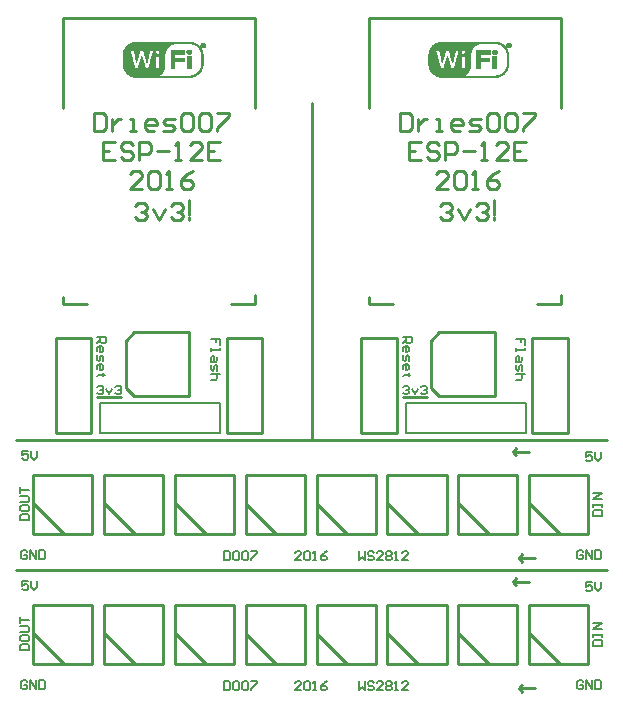
<source format=gto>
G04 Layer_Color=15790320*
%FSLAX23Y23*%
%MOIN*%
G70*
G01*
G75*
%ADD13C,0.010*%
%ADD19C,0.005*%
%ADD20C,0.001*%
%ADD21C,0.008*%
D13*
X0Y413D02*
X1969D01*
X0Y846D02*
X1969D01*
X984D02*
Y1969D01*
X1174Y1954D02*
Y2254D01*
Y1299D02*
Y1324D01*
Y1299D02*
X1254D01*
X1734D02*
X1814D01*
Y1329D01*
Y1954D02*
Y2254D01*
X1174D02*
X1814D01*
X1410Y992D02*
X1595D01*
X1382Y1020D02*
X1410Y992D01*
X1382Y1020D02*
Y1177D01*
X1410Y1205D02*
X1595D01*
X1382Y1177D02*
X1410Y1205D01*
X1595Y992D02*
Y1205D01*
X1149Y871D02*
Y1186D01*
Y871D02*
X1268D01*
Y1186D01*
X1149D02*
X1268D01*
X1838Y871D02*
Y1186D01*
X1719D02*
X1838D01*
X1719Y871D02*
Y1186D01*
Y871D02*
X1838D01*
X1289Y989D02*
X1369D01*
X1413Y1628D02*
X1423Y1638D01*
X1443D01*
X1453Y1628D01*
Y1618D01*
X1443Y1608D01*
X1433D01*
X1443D01*
X1453Y1598D01*
Y1589D01*
X1443Y1579D01*
X1423D01*
X1413Y1589D01*
X1473Y1618D02*
X1493Y1579D01*
X1513Y1618D01*
X1533Y1628D02*
X1543Y1638D01*
X1563D01*
X1573Y1628D01*
Y1618D01*
X1563Y1608D01*
X1553D01*
X1563D01*
X1573Y1598D01*
Y1589D01*
X1563Y1579D01*
X1543D01*
X1533Y1589D01*
X1593Y1598D02*
Y1648D01*
Y1589D02*
Y1579D01*
X1438Y1684D02*
X1398D01*
X1438Y1724D01*
Y1734D01*
X1428Y1744D01*
X1408D01*
X1398Y1734D01*
X1458D02*
X1468Y1744D01*
X1488D01*
X1498Y1734D01*
Y1694D01*
X1488Y1684D01*
X1468D01*
X1458Y1694D01*
Y1734D01*
X1518Y1684D02*
X1538D01*
X1528D01*
Y1744D01*
X1518Y1734D01*
X1608Y1744D02*
X1588Y1734D01*
X1568Y1714D01*
Y1694D01*
X1578Y1684D01*
X1598D01*
X1608Y1694D01*
Y1704D01*
X1598Y1714D01*
X1568D01*
X1348Y1840D02*
X1308D01*
Y1780D01*
X1348D01*
X1308Y1810D02*
X1328D01*
X1408Y1830D02*
X1398Y1840D01*
X1378D01*
X1368Y1830D01*
Y1820D01*
X1378Y1810D01*
X1398D01*
X1408Y1800D01*
Y1790D01*
X1398Y1780D01*
X1378D01*
X1368Y1790D01*
X1428Y1780D02*
Y1840D01*
X1458D01*
X1468Y1830D01*
Y1810D01*
X1458Y1800D01*
X1428D01*
X1488Y1810D02*
X1528D01*
X1548Y1780D02*
X1568D01*
X1558D01*
Y1840D01*
X1548Y1830D01*
X1638Y1780D02*
X1598D01*
X1638Y1820D01*
Y1830D01*
X1628Y1840D01*
X1608D01*
X1598Y1830D01*
X1698Y1840D02*
X1658D01*
Y1780D01*
X1698D01*
X1658Y1810D02*
X1678D01*
X1279Y1936D02*
Y1876D01*
X1308D01*
X1318Y1886D01*
Y1926D01*
X1308Y1936D01*
X1279D01*
X1338Y1916D02*
Y1876D01*
Y1896D01*
X1348Y1906D01*
X1358Y1916D01*
X1368D01*
X1398Y1876D02*
X1418D01*
X1408D01*
Y1916D01*
X1398D01*
X1478Y1876D02*
X1458D01*
X1448Y1886D01*
Y1906D01*
X1458Y1916D01*
X1478D01*
X1488Y1906D01*
Y1896D01*
X1448D01*
X1508Y1876D02*
X1538D01*
X1548Y1886D01*
X1538Y1896D01*
X1518D01*
X1508Y1906D01*
X1518Y1916D01*
X1548D01*
X1568Y1926D02*
X1578Y1936D01*
X1598D01*
X1608Y1926D01*
Y1886D01*
X1598Y1876D01*
X1578D01*
X1568Y1886D01*
Y1926D01*
X1628D02*
X1638Y1936D01*
X1658D01*
X1668Y1926D01*
Y1886D01*
X1658Y1876D01*
X1638D01*
X1628Y1886D01*
Y1926D01*
X1688Y1936D02*
X1728D01*
Y1926D01*
X1688Y1886D01*
Y1876D01*
X155Y1954D02*
Y2254D01*
Y1299D02*
Y1324D01*
Y1299D02*
X235D01*
X715D02*
X795D01*
Y1329D01*
Y1954D02*
Y2254D01*
X155D02*
X795D01*
X391Y992D02*
X576D01*
X364Y1020D02*
X391Y992D01*
X364Y1020D02*
Y1177D01*
X391Y1205D02*
X576D01*
X364Y1177D02*
X391Y1205D01*
X576Y992D02*
Y1205D01*
X131Y871D02*
Y1186D01*
Y871D02*
X249D01*
Y1186D01*
X131D02*
X249D01*
X819Y871D02*
Y1186D01*
X701D02*
X819D01*
X701Y871D02*
Y1186D01*
Y871D02*
X819D01*
X270Y989D02*
X350D01*
X395Y1628D02*
X405Y1638D01*
X425D01*
X435Y1628D01*
Y1618D01*
X425Y1608D01*
X415D01*
X425D01*
X435Y1598D01*
Y1589D01*
X425Y1579D01*
X405D01*
X395Y1589D01*
X455Y1618D02*
X475Y1579D01*
X495Y1618D01*
X515Y1628D02*
X525Y1638D01*
X545D01*
X555Y1628D01*
Y1618D01*
X545Y1608D01*
X535D01*
X545D01*
X555Y1598D01*
Y1589D01*
X545Y1579D01*
X525D01*
X515Y1589D01*
X575Y1598D02*
Y1648D01*
Y1589D02*
Y1579D01*
X420Y1684D02*
X380D01*
X420Y1724D01*
Y1734D01*
X410Y1744D01*
X390D01*
X380Y1734D01*
X440D02*
X450Y1744D01*
X470D01*
X480Y1734D01*
Y1694D01*
X470Y1684D01*
X450D01*
X440Y1694D01*
Y1734D01*
X500Y1684D02*
X520D01*
X510D01*
Y1744D01*
X500Y1734D01*
X590Y1744D02*
X570Y1734D01*
X550Y1714D01*
Y1694D01*
X560Y1684D01*
X580D01*
X590Y1694D01*
Y1704D01*
X580Y1714D01*
X550D01*
X330Y1840D02*
X290D01*
Y1780D01*
X330D01*
X290Y1810D02*
X310D01*
X390Y1830D02*
X380Y1840D01*
X360D01*
X350Y1830D01*
Y1820D01*
X360Y1810D01*
X380D01*
X390Y1800D01*
Y1790D01*
X380Y1780D01*
X360D01*
X350Y1790D01*
X410Y1780D02*
Y1840D01*
X440D01*
X450Y1830D01*
Y1810D01*
X440Y1800D01*
X410D01*
X470Y1810D02*
X510D01*
X530Y1780D02*
X550D01*
X540D01*
Y1840D01*
X530Y1830D01*
X620Y1780D02*
X580D01*
X620Y1820D01*
Y1830D01*
X610Y1840D01*
X590D01*
X580Y1830D01*
X680Y1840D02*
X640D01*
Y1780D01*
X680D01*
X640Y1810D02*
X660D01*
X260Y1936D02*
Y1876D01*
X290D01*
X300Y1886D01*
Y1926D01*
X290Y1936D01*
X260D01*
X320Y1916D02*
Y1876D01*
Y1896D01*
X330Y1906D01*
X340Y1916D01*
X350D01*
X380Y1876D02*
X400D01*
X390D01*
Y1916D01*
X380D01*
X460Y1876D02*
X440D01*
X430Y1886D01*
Y1906D01*
X440Y1916D01*
X460D01*
X470Y1906D01*
Y1896D01*
X430D01*
X490Y1876D02*
X520D01*
X530Y1886D01*
X520Y1896D01*
X500D01*
X490Y1906D01*
X500Y1916D01*
X530D01*
X550Y1926D02*
X560Y1936D01*
X580D01*
X590Y1926D01*
Y1886D01*
X580Y1876D01*
X560D01*
X550Y1886D01*
Y1926D01*
X610D02*
X620Y1936D01*
X640D01*
X650Y1926D01*
Y1886D01*
X640Y1876D01*
X620D01*
X610Y1886D01*
Y1926D01*
X670Y1936D02*
X710D01*
Y1926D01*
X670Y1886D01*
Y1876D01*
X1655Y374D02*
X1710D01*
X1655D02*
X1667Y362D01*
X1655Y374D02*
X1667Y386D01*
X1675Y20D02*
X1687Y31D01*
X1675Y20D02*
X1687Y8D01*
X1675Y20D02*
X1730D01*
X56Y297D02*
X253D01*
X56Y100D02*
Y297D01*
Y100D02*
X253D01*
Y297D01*
X58Y201D02*
X158Y101D01*
X295Y201D02*
X394Y101D01*
X489Y100D02*
Y297D01*
X292Y100D02*
X489D01*
X292D02*
Y297D01*
X489D01*
X529D02*
X725D01*
X529Y100D02*
Y297D01*
Y100D02*
X725D01*
Y297D01*
X531Y201D02*
X631Y101D01*
X767Y201D02*
X867Y101D01*
X962Y100D02*
Y297D01*
X765Y100D02*
X962D01*
X765D02*
Y297D01*
X962D01*
X1001D02*
X1198D01*
X1001Y100D02*
Y297D01*
Y100D02*
X1198D01*
Y297D01*
X1003Y201D02*
X1103Y101D01*
X1239Y201D02*
X1339Y101D01*
X1434Y100D02*
Y297D01*
X1237Y100D02*
X1434D01*
X1237D02*
Y297D01*
X1434D01*
X1473D02*
X1670D01*
X1473Y100D02*
Y297D01*
Y100D02*
X1670D01*
Y297D01*
X1476Y201D02*
X1576Y101D01*
X1712Y201D02*
X1812Y101D01*
X1906Y100D02*
Y297D01*
X1710Y100D02*
X1906D01*
X1710D02*
Y297D01*
X1906D01*
X1655Y807D02*
X1710D01*
X1655D02*
X1667Y795D01*
X1655Y807D02*
X1667Y819D01*
X1675Y453D02*
X1687Y465D01*
X1675Y453D02*
X1687Y441D01*
X1675Y453D02*
X1730D01*
X56Y730D02*
X253D01*
X56Y533D02*
Y730D01*
Y533D02*
X253D01*
Y730D01*
X58Y634D02*
X158Y534D01*
X295Y634D02*
X394Y534D01*
X489Y533D02*
Y730D01*
X292Y533D02*
X489D01*
X292D02*
Y730D01*
X489D01*
X529D02*
X725D01*
X529Y533D02*
Y730D01*
Y533D02*
X725D01*
Y730D01*
X531Y634D02*
X631Y534D01*
X767Y634D02*
X867Y534D01*
X962Y533D02*
Y730D01*
X765Y533D02*
X962D01*
X765D02*
Y730D01*
X962D01*
X1001D02*
X1198D01*
X1001Y533D02*
Y730D01*
Y533D02*
X1198D01*
Y730D01*
X1003Y634D02*
X1103Y534D01*
X1239Y634D02*
X1339Y534D01*
X1434Y533D02*
Y730D01*
X1237Y533D02*
X1434D01*
X1237D02*
Y730D01*
X1434D01*
X1473D02*
X1670D01*
X1473Y533D02*
Y730D01*
Y533D02*
X1670D01*
Y730D01*
X1476Y634D02*
X1576Y534D01*
X1712Y634D02*
X1812Y534D01*
X1906Y533D02*
Y730D01*
X1710Y533D02*
X1906D01*
X1710D02*
Y730D01*
X1906D01*
D19*
X1697Y1162D02*
Y1182D01*
X1682D01*
Y1172D01*
Y1182D01*
X1667D01*
Y1152D02*
Y1142D01*
Y1147D01*
X1697D01*
Y1152D01*
X1687Y1122D02*
Y1112D01*
X1682Y1107D01*
X1667D01*
Y1122D01*
X1672Y1127D01*
X1677Y1122D01*
Y1107D01*
X1667Y1097D02*
Y1082D01*
X1672Y1077D01*
X1677Y1082D01*
Y1092D01*
X1682Y1097D01*
X1687Y1092D01*
Y1077D01*
X1697Y1067D02*
X1667D01*
X1682D01*
X1687Y1062D01*
Y1052D01*
X1682Y1047D01*
X1667D01*
X1289Y1189D02*
X1318D01*
Y1174D01*
X1313Y1169D01*
X1303D01*
X1299Y1174D01*
Y1189D01*
Y1179D02*
X1289Y1169D01*
Y1144D02*
Y1154D01*
X1294Y1159D01*
X1303D01*
X1308Y1154D01*
Y1144D01*
X1303Y1139D01*
X1299D01*
Y1159D01*
X1289Y1129D02*
Y1114D01*
X1294Y1109D01*
X1299Y1114D01*
Y1124D01*
X1303Y1129D01*
X1308Y1124D01*
Y1109D01*
X1289Y1084D02*
Y1094D01*
X1294Y1099D01*
X1303D01*
X1308Y1094D01*
Y1084D01*
X1303Y1079D01*
X1299D01*
Y1099D01*
X1313Y1064D02*
X1308D01*
Y1069D01*
Y1059D01*
Y1064D01*
X1294D01*
X1289Y1059D01*
Y1023D02*
X1294Y1028D01*
X1303D01*
X1308Y1023D01*
Y1018D01*
X1303Y1013D01*
X1299D01*
X1303D01*
X1308Y1009D01*
Y1004D01*
X1303Y999D01*
X1294D01*
X1289Y1004D01*
X1318Y1018D02*
X1328Y999D01*
X1338Y1018D01*
X1348Y1023D02*
X1353Y1028D01*
X1363D01*
X1368Y1023D01*
Y1018D01*
X1363Y1013D01*
X1358D01*
X1363D01*
X1368Y1009D01*
Y1004D01*
X1363Y999D01*
X1353D01*
X1348Y1004D01*
X679Y1162D02*
Y1182D01*
X664D01*
Y1172D01*
Y1182D01*
X649D01*
Y1152D02*
Y1142D01*
Y1147D01*
X679D01*
Y1152D01*
X669Y1122D02*
Y1112D01*
X664Y1107D01*
X649D01*
Y1122D01*
X654Y1127D01*
X659Y1122D01*
Y1107D01*
X649Y1097D02*
Y1082D01*
X654Y1077D01*
X659Y1082D01*
Y1092D01*
X664Y1097D01*
X669Y1092D01*
Y1077D01*
X679Y1067D02*
X649D01*
X664D01*
X669Y1062D01*
Y1052D01*
X664Y1047D01*
X649D01*
X270Y1189D02*
X300D01*
Y1174D01*
X295Y1169D01*
X285D01*
X280Y1174D01*
Y1189D01*
Y1179D02*
X270Y1169D01*
Y1144D02*
Y1154D01*
X275Y1159D01*
X285D01*
X290Y1154D01*
Y1144D01*
X285Y1139D01*
X280D01*
Y1159D01*
X270Y1129D02*
Y1114D01*
X275Y1109D01*
X280Y1114D01*
Y1124D01*
X285Y1129D01*
X290Y1124D01*
Y1109D01*
X270Y1084D02*
Y1094D01*
X275Y1099D01*
X285D01*
X290Y1094D01*
Y1084D01*
X285Y1079D01*
X280D01*
Y1099D01*
X295Y1064D02*
X290D01*
Y1069D01*
Y1059D01*
Y1064D01*
X275D01*
X270Y1059D01*
Y1023D02*
X275Y1028D01*
X285D01*
X290Y1023D01*
Y1018D01*
X285Y1013D01*
X280D01*
X285D01*
X290Y1009D01*
Y1004D01*
X285Y999D01*
X275D01*
X270Y1004D01*
X300Y1018D02*
X310Y999D01*
X320Y1018D01*
X330Y1023D02*
X335Y1028D01*
X345D01*
X350Y1023D01*
Y1018D01*
X345Y1013D01*
X340D01*
X345D01*
X350Y1009D01*
Y1004D01*
X345Y999D01*
X335D01*
X330Y1004D01*
X1142Y42D02*
Y12D01*
X1152Y22D01*
X1162Y12D01*
Y42D01*
X1192Y37D02*
X1187Y42D01*
X1177D01*
X1172Y37D01*
Y32D01*
X1177Y27D01*
X1187D01*
X1192Y22D01*
Y17D01*
X1187Y12D01*
X1177D01*
X1172Y17D01*
X1222Y12D02*
X1202D01*
X1222Y32D01*
Y37D01*
X1217Y42D01*
X1207D01*
X1202Y37D01*
X1232D02*
X1237Y42D01*
X1247D01*
X1252Y37D01*
Y32D01*
X1247Y27D01*
X1252Y22D01*
Y17D01*
X1247Y12D01*
X1237D01*
X1232Y17D01*
Y22D01*
X1237Y27D01*
X1232Y32D01*
Y37D01*
X1237Y27D02*
X1247D01*
X1262Y12D02*
X1272D01*
X1267D01*
Y42D01*
X1262Y37D01*
X1307Y12D02*
X1287D01*
X1307Y32D01*
Y37D01*
X1302Y42D01*
X1292D01*
X1287Y37D01*
X949Y12D02*
X929D01*
X949Y32D01*
Y37D01*
X944Y42D01*
X934D01*
X929Y37D01*
X959D02*
X964Y42D01*
X974D01*
X979Y37D01*
Y17D01*
X974Y12D01*
X964D01*
X959Y17D01*
Y37D01*
X989Y12D02*
X999D01*
X994D01*
Y42D01*
X989Y37D01*
X1034Y42D02*
X1024Y37D01*
X1014Y27D01*
Y17D01*
X1019Y12D01*
X1029D01*
X1034Y17D01*
Y22D01*
X1029Y27D01*
X1014D01*
X13Y146D02*
X43D01*
Y161D01*
X38Y166D01*
X18D01*
X13Y161D01*
Y146D01*
Y191D02*
Y181D01*
X18Y176D01*
X38D01*
X43Y181D01*
Y191D01*
X38Y196D01*
X18D01*
X13Y191D01*
Y206D02*
X38D01*
X43Y211D01*
Y221D01*
X38Y226D01*
X13D01*
Y236D02*
Y256D01*
Y246D01*
X43D01*
X1923Y161D02*
X1953D01*
Y176D01*
X1948Y181D01*
X1928D01*
X1923Y176D01*
Y161D01*
Y191D02*
Y201D01*
Y196D01*
X1953D01*
Y191D01*
Y201D01*
Y216D02*
X1923D01*
X1953Y236D01*
X1923D01*
X1918Y373D02*
X1898D01*
Y358D01*
X1908Y363D01*
X1913D01*
X1918Y358D01*
Y348D01*
X1913Y343D01*
X1903D01*
X1898Y348D01*
X1928Y373D02*
Y353D01*
X1938Y343D01*
X1948Y353D01*
Y373D01*
X1890Y41D02*
X1885Y46D01*
X1875D01*
X1870Y41D01*
Y21D01*
X1875Y16D01*
X1885D01*
X1890Y21D01*
Y31D01*
X1880D01*
X1900Y16D02*
Y46D01*
X1920Y16D01*
Y46D01*
X1930D02*
Y16D01*
X1945D01*
X1950Y21D01*
Y41D01*
X1945Y46D01*
X1930D01*
X36Y41D02*
X31Y46D01*
X21D01*
X16Y41D01*
Y21D01*
X21Y16D01*
X31D01*
X36Y21D01*
Y31D01*
X26D01*
X46Y16D02*
Y46D01*
X66Y16D01*
Y46D01*
X76D02*
Y16D01*
X91D01*
X96Y21D01*
Y41D01*
X91Y46D01*
X76D01*
X40Y376D02*
X20D01*
Y361D01*
X30Y366D01*
X35D01*
X40Y361D01*
Y351D01*
X35Y346D01*
X25D01*
X20Y351D01*
X50Y376D02*
Y356D01*
X60Y346D01*
X70Y356D01*
Y376D01*
X693Y42D02*
Y12D01*
X708D01*
X713Y17D01*
Y37D01*
X708Y42D01*
X693D01*
X723Y37D02*
X728Y42D01*
X738D01*
X743Y37D01*
Y17D01*
X738Y12D01*
X728D01*
X723Y17D01*
Y37D01*
X753D02*
X758Y42D01*
X768D01*
X773Y37D01*
Y17D01*
X768Y12D01*
X758D01*
X753Y17D01*
Y37D01*
X783Y42D02*
X803D01*
Y37D01*
X783Y17D01*
Y12D01*
X1142Y475D02*
Y445D01*
X1152Y455D01*
X1162Y445D01*
Y475D01*
X1192Y470D02*
X1187Y475D01*
X1177D01*
X1172Y470D01*
Y465D01*
X1177Y460D01*
X1187D01*
X1192Y455D01*
Y450D01*
X1187Y445D01*
X1177D01*
X1172Y450D01*
X1222Y445D02*
X1202D01*
X1222Y465D01*
Y470D01*
X1217Y475D01*
X1207D01*
X1202Y470D01*
X1232D02*
X1237Y475D01*
X1247D01*
X1252Y470D01*
Y465D01*
X1247Y460D01*
X1252Y455D01*
Y450D01*
X1247Y445D01*
X1237D01*
X1232Y450D01*
Y455D01*
X1237Y460D01*
X1232Y465D01*
Y470D01*
X1237Y460D02*
X1247D01*
X1262Y445D02*
X1272D01*
X1267D01*
Y475D01*
X1262Y470D01*
X1307Y445D02*
X1287D01*
X1307Y465D01*
Y470D01*
X1302Y475D01*
X1292D01*
X1287Y470D01*
X949Y445D02*
X929D01*
X949Y465D01*
Y470D01*
X944Y475D01*
X934D01*
X929Y470D01*
X959D02*
X964Y475D01*
X974D01*
X979Y470D01*
Y450D01*
X974Y445D01*
X964D01*
X959Y450D01*
Y470D01*
X989Y445D02*
X999D01*
X994D01*
Y475D01*
X989Y470D01*
X1034Y475D02*
X1024Y470D01*
X1014Y460D01*
Y450D01*
X1019Y445D01*
X1029D01*
X1034Y450D01*
Y455D01*
X1029Y460D01*
X1014D01*
X13Y579D02*
X43D01*
Y594D01*
X38Y599D01*
X18D01*
X13Y594D01*
Y579D01*
Y624D02*
Y614D01*
X18Y609D01*
X38D01*
X43Y614D01*
Y624D01*
X38Y629D01*
X18D01*
X13Y624D01*
Y639D02*
X38D01*
X43Y644D01*
Y654D01*
X38Y659D01*
X13D01*
Y669D02*
Y689D01*
Y679D01*
X43D01*
X1923Y594D02*
X1953D01*
Y609D01*
X1948Y614D01*
X1928D01*
X1923Y609D01*
Y594D01*
Y624D02*
Y634D01*
Y629D01*
X1953D01*
Y624D01*
Y634D01*
Y649D02*
X1923D01*
X1953Y669D01*
X1923D01*
X1918Y806D02*
X1898D01*
Y791D01*
X1908Y796D01*
X1913D01*
X1918Y791D01*
Y781D01*
X1913Y776D01*
X1903D01*
X1898Y781D01*
X1928Y806D02*
Y786D01*
X1938Y776D01*
X1948Y786D01*
Y806D01*
X1890Y474D02*
X1885Y479D01*
X1875D01*
X1870Y474D01*
Y454D01*
X1875Y449D01*
X1885D01*
X1890Y454D01*
Y464D01*
X1880D01*
X1900Y449D02*
Y479D01*
X1920Y449D01*
Y479D01*
X1930D02*
Y449D01*
X1945D01*
X1950Y454D01*
Y474D01*
X1945Y479D01*
X1930D01*
X36Y474D02*
X31Y479D01*
X21D01*
X16Y474D01*
Y454D01*
X21Y449D01*
X31D01*
X36Y454D01*
Y464D01*
X26D01*
X46Y449D02*
Y479D01*
X66Y449D01*
Y479D01*
X76D02*
Y449D01*
X91D01*
X96Y454D01*
Y474D01*
X91Y479D01*
X76D01*
X40Y810D02*
X20D01*
Y795D01*
X30Y800D01*
X35D01*
X40Y795D01*
Y785D01*
X35Y780D01*
X25D01*
X20Y785D01*
X50Y810D02*
Y790D01*
X60Y780D01*
X70Y790D01*
Y810D01*
X693Y475D02*
Y445D01*
X708D01*
X713Y450D01*
Y470D01*
X708Y475D01*
X693D01*
X723Y470D02*
X728Y475D01*
X738D01*
X743Y470D01*
Y450D01*
X738Y445D01*
X728D01*
X723Y450D01*
Y470D01*
X753D02*
X758Y475D01*
X768D01*
X773Y470D01*
Y450D01*
X768Y445D01*
X758D01*
X753Y450D01*
Y470D01*
X783Y475D02*
X803D01*
Y470D01*
X783Y450D01*
Y445D01*
D20*
X1414Y2057D02*
X1599D01*
X1410Y2058D02*
X1603D01*
X1408Y2058D02*
X1605D01*
X1406Y2059D02*
X1607D01*
X1404Y2059D02*
X1608D01*
X1403Y2060D02*
X1610D01*
X1401Y2060D02*
X1611D01*
X1400Y2061D02*
X1612D01*
X1399Y2061D02*
X1613D01*
X1600Y2062D02*
X1614D01*
X1398D02*
X1493D01*
X1603Y2062D02*
X1615D01*
X1397D02*
X1494D01*
X1606Y2063D02*
X1616D01*
X1396D02*
X1495D01*
X1607Y2063D02*
X1617D01*
X1395D02*
X1495D01*
X1609Y2064D02*
X1618D01*
X1394D02*
X1496D01*
X1610Y2064D02*
X1619D01*
X1394D02*
X1496D01*
X1611Y2065D02*
X1620D01*
X1393D02*
X1497D01*
X1612Y2065D02*
X1620D01*
X1392D02*
X1497D01*
X1613Y2066D02*
X1621D01*
X1391D02*
X1498D01*
X1614Y2066D02*
X1622D01*
X1391D02*
X1498D01*
X1615Y2067D02*
X1622D01*
X1390D02*
X1499D01*
X1616Y2067D02*
X1623D01*
X1390D02*
X1499D01*
X1617Y2068D02*
X1623D01*
X1389D02*
X1500D01*
X1618Y2068D02*
X1624D01*
X1388D02*
X1500D01*
X1618Y2069D02*
X1625D01*
X1388D02*
X1501D01*
X1619Y2069D02*
X1625D01*
X1387D02*
X1501D01*
X1620Y2070D02*
X1626D01*
X1387D02*
X1501D01*
X1620Y2070D02*
X1626D01*
X1386D02*
X1502D01*
X1621Y2071D02*
X1627D01*
X1386D02*
X1502D01*
X1621Y2071D02*
X1627D01*
X1385D02*
X1503D01*
X1622Y2072D02*
X1628D01*
X1385D02*
X1503D01*
X1623Y2072D02*
X1628D01*
X1384D02*
X1503D01*
X1623Y2073D02*
X1628D01*
X1384D02*
X1504D01*
X1624Y2073D02*
X1629D01*
X1384D02*
X1504D01*
X1624Y2074D02*
X1629D01*
X1383D02*
X1504D01*
X1624Y2074D02*
X1630D01*
X1383D02*
X1505D01*
X1625Y2075D02*
X1630D01*
X1382D02*
X1505D01*
X1625Y2075D02*
X1630D01*
X1382D02*
X1505D01*
X1626Y2076D02*
X1631D01*
X1382D02*
X1506D01*
X1626Y2076D02*
X1631D01*
X1381D02*
X1506D01*
X1627Y2077D02*
X1632D01*
X1381D02*
X1506D01*
X1627Y2077D02*
X1632D01*
X1381D02*
X1506D01*
X1627Y2078D02*
X1632D01*
X1380D02*
X1507D01*
X1628Y2078D02*
X1633D01*
X1380D02*
X1507D01*
X1628Y2079D02*
X1633D01*
X1380D02*
X1507D01*
X1628Y2079D02*
X1633D01*
X1379D02*
X1507D01*
X1629Y2080D02*
X1633D01*
X1379D02*
X1508D01*
X1629Y2080D02*
X1634D01*
X1379D02*
X1508D01*
X1629Y2081D02*
X1634D01*
X1378D02*
X1508D01*
X1630Y2081D02*
X1634D01*
X1378D02*
X1508D01*
X1630Y2082D02*
X1634D01*
X1378D02*
X1508D01*
X1630Y2082D02*
X1635D01*
X1378D02*
X1509D01*
X1630Y2083D02*
X1635D01*
X1377D02*
X1509D01*
X1631Y2083D02*
X1635D01*
X1377D02*
X1509D01*
X1631Y2084D02*
X1635D01*
X1377D02*
X1509D01*
X1631Y2084D02*
X1636D01*
X1377D02*
X1509D01*
X1631Y2085D02*
X1636D01*
X1377D02*
X1510D01*
X1632Y2085D02*
X1636D01*
X1600D02*
X1600D01*
X1590D02*
X1598D01*
X1588D02*
X1589D01*
X1534D02*
X1546D01*
X1494D02*
X1510D01*
X1458D02*
X1482D01*
X1449D02*
X1450D01*
X1448D02*
X1449D01*
X1422D02*
X1447D01*
X1414D02*
X1414D01*
X1376D02*
X1413D01*
X1632Y2086D02*
X1636D01*
X1587D02*
X1600D01*
X1533D02*
X1546D01*
X1494D02*
X1510D01*
X1458D02*
X1481D01*
X1423D02*
X1447D01*
X1376D02*
X1412D01*
X1632Y2086D02*
X1636D01*
X1587D02*
X1600D01*
X1533D02*
X1546D01*
X1494D02*
X1510D01*
X1459D02*
X1481D01*
X1423D02*
X1447D01*
X1376D02*
X1412D01*
X1632Y2087D02*
X1637D01*
X1587D02*
X1600D01*
X1533D02*
X1546D01*
X1494D02*
X1510D01*
X1459D02*
X1481D01*
X1423D02*
X1447D01*
X1376D02*
X1412D01*
X1632Y2087D02*
X1637D01*
X1587D02*
X1600D01*
X1533D02*
X1546D01*
X1494D02*
X1510D01*
X1459D02*
X1482D01*
X1424D02*
X1447D01*
X1376D02*
X1412D01*
X1633Y2088D02*
X1637D01*
X1587D02*
X1600D01*
X1533D02*
X1546D01*
X1494D02*
X1510D01*
X1459D02*
X1482D01*
X1424D02*
X1447D01*
X1375D02*
X1412D01*
X1633Y2088D02*
X1637D01*
X1587D02*
X1600D01*
X1533D02*
X1546D01*
X1494D02*
X1511D01*
X1459D02*
X1481D01*
X1424D02*
X1446D01*
X1375D02*
X1412D01*
X1633Y2089D02*
X1637D01*
X1587D02*
X1600D01*
X1533D02*
X1546D01*
X1494D02*
X1511D01*
X1459D02*
X1481D01*
X1424D02*
X1446D01*
X1375D02*
X1412D01*
X1633Y2089D02*
X1637D01*
X1587D02*
X1600D01*
X1533D02*
X1546D01*
X1494D02*
X1511D01*
X1459D02*
X1481D01*
X1424D02*
X1446D01*
X1375D02*
X1411D01*
X1633Y2090D02*
X1638D01*
X1587D02*
X1600D01*
X1533D02*
X1546D01*
X1494D02*
X1511D01*
X1459D02*
X1481D01*
X1424D02*
X1446D01*
X1375D02*
X1411D01*
X1633Y2090D02*
X1638D01*
X1587D02*
X1600D01*
X1533D02*
X1546D01*
X1494D02*
X1511D01*
X1460D02*
X1481D01*
X1424D02*
X1446D01*
X1375D02*
X1411D01*
X1634Y2091D02*
X1638D01*
X1587D02*
X1600D01*
X1533D02*
X1546D01*
X1494D02*
X1511D01*
X1460D02*
X1481D01*
X1425D02*
X1446D01*
X1375D02*
X1411D01*
X1634Y2091D02*
X1638D01*
X1587D02*
X1600D01*
X1533D02*
X1546D01*
X1494D02*
X1511D01*
X1460D02*
X1481D01*
X1425D02*
X1446D01*
X1374D02*
X1411D01*
X1634Y2092D02*
X1638D01*
X1587D02*
X1600D01*
X1533D02*
X1546D01*
X1494D02*
X1511D01*
X1460D02*
X1481D01*
X1425D02*
X1445D01*
X1374D02*
X1411D01*
X1634Y2092D02*
X1638D01*
X1587D02*
X1600D01*
X1533D02*
X1546D01*
X1494D02*
X1511D01*
X1460D02*
X1481D01*
X1425D02*
X1445D01*
X1374D02*
X1411D01*
X1634Y2093D02*
X1638D01*
X1587D02*
X1600D01*
X1533D02*
X1546D01*
X1494D02*
X1512D01*
X1460D02*
X1481D01*
X1425D02*
X1445D01*
X1374D02*
X1410D01*
X1634Y2093D02*
X1638D01*
X1587D02*
X1600D01*
X1533D02*
X1546D01*
X1494D02*
X1512D01*
X1460D02*
X1481D01*
X1425D02*
X1445D01*
X1374D02*
X1410D01*
X1634Y2094D02*
X1638D01*
X1587D02*
X1600D01*
X1533D02*
X1546D01*
X1494D02*
X1512D01*
X1461D02*
X1481D01*
X1425D02*
X1445D01*
X1374D02*
X1410D01*
X1634Y2094D02*
X1639D01*
X1587D02*
X1600D01*
X1533D02*
X1546D01*
X1494D02*
X1512D01*
X1461D02*
X1481D01*
X1426D02*
X1445D01*
X1374D02*
X1410D01*
X1634Y2095D02*
X1639D01*
X1587D02*
X1600D01*
X1533D02*
X1546D01*
X1494D02*
X1512D01*
X1461D02*
X1481D01*
X1426D02*
X1445D01*
X1374D02*
X1410D01*
X1635Y2095D02*
X1639D01*
X1587D02*
X1600D01*
X1533D02*
X1546D01*
X1494D02*
X1512D01*
X1461D02*
X1481D01*
X1426D02*
X1444D01*
X1374D02*
X1410D01*
X1635Y2096D02*
X1639D01*
X1587D02*
X1600D01*
X1533D02*
X1546D01*
X1494D02*
X1512D01*
X1461D02*
X1481D01*
X1426D02*
X1444D01*
X1374D02*
X1410D01*
X1635Y2096D02*
X1639D01*
X1587D02*
X1600D01*
X1533D02*
X1546D01*
X1494D02*
X1512D01*
X1461D02*
X1481D01*
X1426D02*
X1444D01*
X1374D02*
X1410D01*
X1635Y2097D02*
X1639D01*
X1587D02*
X1600D01*
X1533D02*
X1546D01*
X1494D02*
X1512D01*
X1461D02*
X1481D01*
X1426D02*
X1444D01*
X1374D02*
X1409D01*
X1635Y2097D02*
X1639D01*
X1587D02*
X1600D01*
X1533D02*
X1546D01*
X1494D02*
X1512D01*
X1461D02*
X1481D01*
X1426D02*
X1444D01*
X1373D02*
X1409D01*
X1635Y2098D02*
X1639D01*
X1587D02*
X1600D01*
X1533D02*
X1546D01*
X1494D02*
X1512D01*
X1462D02*
X1481D01*
X1427D02*
X1444D01*
X1373D02*
X1409D01*
X1635Y2098D02*
X1639D01*
X1587D02*
X1600D01*
X1533D02*
X1546D01*
X1494D02*
X1512D01*
X1462D02*
X1481D01*
X1427D02*
X1444D01*
X1373D02*
X1409D01*
X1635Y2099D02*
X1639D01*
X1587D02*
X1600D01*
X1533D02*
X1546D01*
X1494D02*
X1512D01*
X1462D02*
X1481D01*
X1427D02*
X1443D01*
X1373D02*
X1409D01*
X1635Y2099D02*
X1639D01*
X1587D02*
X1600D01*
X1533D02*
X1546D01*
X1494D02*
X1512D01*
X1462D02*
X1481D01*
X1427D02*
X1443D01*
X1373D02*
X1409D01*
X1635Y2100D02*
X1639D01*
X1587D02*
X1600D01*
X1533D02*
X1546D01*
X1494D02*
X1512D01*
X1462D02*
X1481D01*
X1427D02*
X1443D01*
X1373D02*
X1409D01*
X1635Y2100D02*
X1639D01*
X1587D02*
X1600D01*
X1533D02*
X1546D01*
X1494D02*
X1512D01*
X1462D02*
X1481D01*
X1427D02*
X1443D01*
X1373D02*
X1408D01*
X1635Y2101D02*
X1639D01*
X1587D02*
X1600D01*
X1533D02*
X1546D01*
X1494D02*
X1512D01*
X1462D02*
X1481D01*
X1427D02*
X1443D01*
X1373D02*
X1408D01*
X1635Y2101D02*
X1639D01*
X1587D02*
X1600D01*
X1533D02*
X1546D01*
X1494D02*
X1512D01*
X1463D02*
X1481D01*
X1428D02*
X1443D01*
X1373D02*
X1408D01*
X1635Y2102D02*
X1639D01*
X1587D02*
X1600D01*
X1533D02*
X1546D01*
X1494D02*
X1512D01*
X1463D02*
X1481D01*
X1428D02*
X1443D01*
X1373D02*
X1408D01*
X1635Y2102D02*
X1639D01*
X1587D02*
X1600D01*
X1533D02*
X1546D01*
X1494D02*
X1512D01*
X1463D02*
X1481D01*
X1428D02*
X1442D01*
X1373D02*
X1408D01*
X1635Y2103D02*
X1639D01*
X1587D02*
X1600D01*
X1533D02*
X1546D01*
X1494D02*
X1512D01*
X1463D02*
X1481D01*
X1428D02*
X1442D01*
X1373D02*
X1408D01*
X1635Y2103D02*
X1639D01*
X1587D02*
X1600D01*
X1533D02*
X1546D01*
X1494D02*
X1512D01*
X1463D02*
X1481D01*
X1428D02*
X1442D01*
X1373D02*
X1408D01*
X1635Y2104D02*
X1639D01*
X1587D02*
X1600D01*
X1533D02*
X1546D01*
X1494D02*
X1512D01*
X1463D02*
X1481D01*
X1428D02*
X1442D01*
X1373D02*
X1408D01*
X1635Y2104D02*
X1639D01*
X1587D02*
X1600D01*
X1533D02*
X1546D01*
X1494D02*
X1512D01*
X1463D02*
X1481D01*
X1428D02*
X1442D01*
X1373D02*
X1407D01*
X1635Y2105D02*
X1639D01*
X1587D02*
X1600D01*
X1533D02*
X1546D01*
X1494D02*
X1512D01*
X1463D02*
X1481D01*
X1429D02*
X1442D01*
X1373D02*
X1407D01*
X1635Y2105D02*
X1639D01*
X1587D02*
X1600D01*
X1533D02*
X1546D01*
X1494D02*
X1512D01*
X1464D02*
X1481D01*
X1429D02*
X1442D01*
X1373D02*
X1407D01*
X1635Y2106D02*
X1639D01*
X1587D02*
X1600D01*
X1533D02*
X1546D01*
X1494D02*
X1512D01*
X1464D02*
X1481D01*
X1429D02*
X1441D01*
X1373D02*
X1407D01*
X1635Y2106D02*
X1639D01*
X1587D02*
X1600D01*
X1533D02*
X1546D01*
X1494D02*
X1512D01*
X1464D02*
X1481D01*
X1429D02*
X1441D01*
X1373D02*
X1407D01*
X1635Y2107D02*
X1639D01*
X1587D02*
X1600D01*
X1533D02*
X1546D01*
X1494D02*
X1512D01*
X1464D02*
X1481D01*
X1452D02*
X1453D01*
X1429D02*
X1441D01*
X1373D02*
X1407D01*
X1635Y2107D02*
X1639D01*
X1587D02*
X1600D01*
X1533D02*
X1546D01*
X1494D02*
X1512D01*
X1464D02*
X1481D01*
X1452D02*
X1453D01*
X1429D02*
X1441D01*
X1373D02*
X1407D01*
X1635Y2108D02*
X1639D01*
X1587D02*
X1600D01*
X1533D02*
X1546D01*
X1494D02*
X1512D01*
X1464D02*
X1481D01*
X1452D02*
X1453D01*
X1430D02*
X1441D01*
X1373D02*
X1406D01*
X1635Y2108D02*
X1639D01*
X1587D02*
X1600D01*
X1533D02*
X1546D01*
X1494D02*
X1512D01*
X1464D02*
X1481D01*
X1452D02*
X1453D01*
X1430D02*
X1441D01*
X1418D02*
X1419D01*
X1373D02*
X1406D01*
X1635Y2109D02*
X1639D01*
X1587D02*
X1600D01*
X1533D02*
X1546D01*
X1494D02*
X1512D01*
X1464D02*
X1481D01*
X1452D02*
X1453D01*
X1430D02*
X1441D01*
X1418D02*
X1419D01*
X1373D02*
X1406D01*
X1635Y2109D02*
X1639D01*
X1587D02*
X1600D01*
X1533D02*
X1576D01*
X1494D02*
X1512D01*
X1465D02*
X1481D01*
X1452D02*
X1453D01*
X1430D02*
X1440D01*
X1418D02*
X1419D01*
X1373D02*
X1406D01*
X1635Y2110D02*
X1639D01*
X1587D02*
X1600D01*
X1533D02*
X1576D01*
X1494D02*
X1512D01*
X1465D02*
X1481D01*
X1452D02*
X1454D01*
X1430D02*
X1440D01*
X1418D02*
X1419D01*
X1373D02*
X1406D01*
X1635Y2110D02*
X1639D01*
X1587D02*
X1600D01*
X1533D02*
X1576D01*
X1494D02*
X1512D01*
X1465D02*
X1481D01*
X1451D02*
X1454D01*
X1430D02*
X1440D01*
X1418D02*
X1419D01*
X1373D02*
X1406D01*
X1635Y2111D02*
X1639D01*
X1587D02*
X1600D01*
X1533D02*
X1576D01*
X1494D02*
X1512D01*
X1465D02*
X1481D01*
X1451D02*
X1454D01*
X1430D02*
X1440D01*
X1417D02*
X1419D01*
X1373D02*
X1406D01*
X1635Y2111D02*
X1639D01*
X1587D02*
X1600D01*
X1533D02*
X1576D01*
X1494D02*
X1512D01*
X1465D02*
X1481D01*
X1451D02*
X1454D01*
X1431D02*
X1440D01*
X1417D02*
X1419D01*
X1373D02*
X1405D01*
X1635Y2112D02*
X1639D01*
X1587D02*
X1600D01*
X1533D02*
X1576D01*
X1494D02*
X1512D01*
X1465D02*
X1481D01*
X1451D02*
X1454D01*
X1431D02*
X1440D01*
X1417D02*
X1420D01*
X1373D02*
X1405D01*
X1635Y2112D02*
X1639D01*
X1587D02*
X1600D01*
X1533D02*
X1576D01*
X1494D02*
X1512D01*
X1465D02*
X1481D01*
X1451D02*
X1454D01*
X1431D02*
X1440D01*
X1417D02*
X1420D01*
X1373D02*
X1405D01*
X1635Y2113D02*
X1639D01*
X1587D02*
X1600D01*
X1533D02*
X1576D01*
X1494D02*
X1512D01*
X1466D02*
X1481D01*
X1451D02*
X1454D01*
X1431D02*
X1439D01*
X1417D02*
X1420D01*
X1373D02*
X1405D01*
X1635Y2113D02*
X1639D01*
X1587D02*
X1600D01*
X1533D02*
X1576D01*
X1494D02*
X1512D01*
X1466D02*
X1481D01*
X1451D02*
X1454D01*
X1431D02*
X1439D01*
X1417D02*
X1420D01*
X1373D02*
X1405D01*
X1635Y2114D02*
X1639D01*
X1587D02*
X1600D01*
X1533D02*
X1576D01*
X1494D02*
X1512D01*
X1466D02*
X1481D01*
X1451D02*
X1454D01*
X1431D02*
X1439D01*
X1417D02*
X1420D01*
X1373D02*
X1405D01*
X1635Y2114D02*
X1639D01*
X1587D02*
X1600D01*
X1533D02*
X1576D01*
X1494D02*
X1512D01*
X1466D02*
X1481D01*
X1450D02*
X1455D01*
X1431D02*
X1439D01*
X1417D02*
X1420D01*
X1373D02*
X1405D01*
X1635Y2115D02*
X1639D01*
X1587D02*
X1600D01*
X1533D02*
X1576D01*
X1494D02*
X1512D01*
X1466D02*
X1481D01*
X1450D02*
X1455D01*
X1432D02*
X1439D01*
X1417D02*
X1421D01*
X1373D02*
X1405D01*
X1635Y2115D02*
X1639D01*
X1587D02*
X1600D01*
X1533D02*
X1576D01*
X1494D02*
X1512D01*
X1466D02*
X1481D01*
X1450D02*
X1455D01*
X1432D02*
X1439D01*
X1416D02*
X1421D01*
X1373D02*
X1404D01*
X1635Y2116D02*
X1639D01*
X1587D02*
X1600D01*
X1533D02*
X1576D01*
X1494D02*
X1512D01*
X1466D02*
X1481D01*
X1450D02*
X1455D01*
X1432D02*
X1439D01*
X1416D02*
X1421D01*
X1373D02*
X1404D01*
X1635Y2116D02*
X1639D01*
X1587D02*
X1600D01*
X1533D02*
X1576D01*
X1494D02*
X1512D01*
X1466D02*
X1481D01*
X1450D02*
X1455D01*
X1432D02*
X1438D01*
X1416D02*
X1421D01*
X1373D02*
X1404D01*
X1635Y2117D02*
X1639D01*
X1587D02*
X1600D01*
X1533D02*
X1576D01*
X1494D02*
X1512D01*
X1467D02*
X1481D01*
X1450D02*
X1455D01*
X1432D02*
X1438D01*
X1416D02*
X1421D01*
X1373D02*
X1404D01*
X1635Y2117D02*
X1639D01*
X1587D02*
X1600D01*
X1533D02*
X1576D01*
X1494D02*
X1512D01*
X1467D02*
X1481D01*
X1449D02*
X1455D01*
X1432D02*
X1438D01*
X1416D02*
X1421D01*
X1373D02*
X1404D01*
X1635Y2118D02*
X1639D01*
X1587D02*
X1600D01*
X1533D02*
X1576D01*
X1494D02*
X1512D01*
X1467D02*
X1481D01*
X1449D02*
X1455D01*
X1432D02*
X1438D01*
X1416D02*
X1421D01*
X1373D02*
X1404D01*
X1635Y2118D02*
X1639D01*
X1587D02*
X1600D01*
X1533D02*
X1576D01*
X1494D02*
X1512D01*
X1467D02*
X1481D01*
X1449D02*
X1455D01*
X1433D02*
X1438D01*
X1416D02*
X1422D01*
X1373D02*
X1404D01*
X1635Y2119D02*
X1639D01*
X1587D02*
X1600D01*
X1533D02*
X1576D01*
X1494D02*
X1512D01*
X1467D02*
X1481D01*
X1449D02*
X1456D01*
X1433D02*
X1438D01*
X1416D02*
X1422D01*
X1373D02*
X1403D01*
X1635Y2119D02*
X1639D01*
X1587D02*
X1600D01*
X1533D02*
X1576D01*
X1494D02*
X1512D01*
X1467D02*
X1481D01*
X1449D02*
X1456D01*
X1433D02*
X1438D01*
X1416D02*
X1422D01*
X1373D02*
X1403D01*
X1635Y2120D02*
X1639D01*
X1587D02*
X1600D01*
X1533D02*
X1576D01*
X1494D02*
X1512D01*
X1467D02*
X1481D01*
X1449D02*
X1456D01*
X1433D02*
X1437D01*
X1415D02*
X1422D01*
X1373D02*
X1403D01*
X1635Y2120D02*
X1639D01*
X1587D02*
X1600D01*
X1533D02*
X1576D01*
X1494D02*
X1512D01*
X1468D02*
X1481D01*
X1449D02*
X1456D01*
X1433D02*
X1437D01*
X1415D02*
X1422D01*
X1373D02*
X1403D01*
X1635Y2121D02*
X1639D01*
X1587D02*
X1600D01*
X1533D02*
X1576D01*
X1494D02*
X1512D01*
X1468D02*
X1481D01*
X1448D02*
X1456D01*
X1433D02*
X1437D01*
X1415D02*
X1422D01*
X1373D02*
X1403D01*
X1635Y2121D02*
X1639D01*
X1587D02*
X1600D01*
X1533D02*
X1576D01*
X1494D02*
X1512D01*
X1468D02*
X1481D01*
X1448D02*
X1456D01*
X1433D02*
X1437D01*
X1415D02*
X1422D01*
X1373D02*
X1403D01*
X1635Y2122D02*
X1639D01*
X1587D02*
X1600D01*
X1533D02*
X1546D01*
X1494D02*
X1512D01*
X1468D02*
X1481D01*
X1448D02*
X1456D01*
X1434D02*
X1437D01*
X1415D02*
X1423D01*
X1373D02*
X1403D01*
X1635Y2122D02*
X1639D01*
X1587D02*
X1600D01*
X1533D02*
X1546D01*
X1494D02*
X1512D01*
X1468D02*
X1481D01*
X1448D02*
X1456D01*
X1434D02*
X1437D01*
X1415D02*
X1423D01*
X1373D02*
X1403D01*
X1635Y2123D02*
X1639D01*
X1587D02*
X1600D01*
X1533D02*
X1546D01*
X1494D02*
X1512D01*
X1468D02*
X1481D01*
X1448D02*
X1457D01*
X1434D02*
X1437D01*
X1415D02*
X1423D01*
X1373D02*
X1402D01*
X1635Y2123D02*
X1639D01*
X1587D02*
X1600D01*
X1533D02*
X1546D01*
X1494D02*
X1512D01*
X1468D02*
X1481D01*
X1448D02*
X1457D01*
X1434D02*
X1436D01*
X1415D02*
X1423D01*
X1373D02*
X1402D01*
X1635Y2124D02*
X1639D01*
X1587D02*
X1600D01*
X1533D02*
X1546D01*
X1494D02*
X1512D01*
X1468D02*
X1481D01*
X1448D02*
X1457D01*
X1434D02*
X1436D01*
X1415D02*
X1423D01*
X1373D02*
X1402D01*
X1635Y2124D02*
X1639D01*
X1587D02*
X1600D01*
X1533D02*
X1546D01*
X1494D02*
X1512D01*
X1469D02*
X1482D01*
X1447D02*
X1457D01*
X1434D02*
X1436D01*
X1414D02*
X1423D01*
X1373D02*
X1402D01*
X1635Y2125D02*
X1639D01*
X1587D02*
X1600D01*
X1533D02*
X1546D01*
X1494D02*
X1512D01*
X1469D02*
X1481D01*
X1447D02*
X1457D01*
X1434D02*
X1436D01*
X1414D02*
X1423D01*
X1373D02*
X1402D01*
X1635Y2125D02*
X1639D01*
X1587D02*
X1600D01*
X1533D02*
X1546D01*
X1494D02*
X1512D01*
X1469D02*
X1481D01*
X1447D02*
X1457D01*
X1435D02*
X1436D01*
X1414D02*
X1424D01*
X1373D02*
X1402D01*
X1635Y2126D02*
X1639D01*
X1587D02*
X1600D01*
X1533D02*
X1546D01*
X1494D02*
X1512D01*
X1469D02*
X1481D01*
X1447D02*
X1457D01*
X1435D02*
X1436D01*
X1414D02*
X1424D01*
X1373D02*
X1402D01*
X1635Y2126D02*
X1639D01*
X1587D02*
X1600D01*
X1533D02*
X1546D01*
X1494D02*
X1512D01*
X1469D02*
X1481D01*
X1447D02*
X1457D01*
X1435D02*
X1436D01*
X1414D02*
X1424D01*
X1373D02*
X1401D01*
X1635Y2127D02*
X1639D01*
X1587D02*
X1600D01*
X1533D02*
X1546D01*
X1494D02*
X1512D01*
X1469D02*
X1481D01*
X1447D02*
X1457D01*
X1435D02*
X1435D01*
X1414D02*
X1424D01*
X1373D02*
X1401D01*
X1635Y2127D02*
X1639D01*
X1533D02*
X1546D01*
X1469D02*
X1512D01*
X1447D02*
X1458D01*
X1414D02*
X1424D01*
X1373D02*
X1401D01*
X1635Y2128D02*
X1639D01*
X1533D02*
X1546D01*
X1470D02*
X1512D01*
X1447D02*
X1458D01*
X1414D02*
X1424D01*
X1373D02*
X1401D01*
X1635Y2128D02*
X1639D01*
X1533D02*
X1546D01*
X1470D02*
X1512D01*
X1446D02*
X1458D01*
X1414D02*
X1425D01*
X1373D02*
X1401D01*
X1635Y2129D02*
X1639D01*
X1533D02*
X1546D01*
X1470D02*
X1512D01*
X1446D02*
X1458D01*
X1413D02*
X1425D01*
X1373D02*
X1401D01*
X1635Y2129D02*
X1639D01*
X1533D02*
X1546D01*
X1470D02*
X1512D01*
X1446D02*
X1458D01*
X1413D02*
X1425D01*
X1373D02*
X1401D01*
X1635Y2130D02*
X1639D01*
X1533D02*
X1546D01*
X1470D02*
X1512D01*
X1446D02*
X1458D01*
X1413D02*
X1425D01*
X1373D02*
X1401D01*
X1635Y2130D02*
X1639D01*
X1533D02*
X1546D01*
X1470D02*
X1512D01*
X1446D02*
X1458D01*
X1413D02*
X1425D01*
X1373D02*
X1400D01*
X1635Y2131D02*
X1639D01*
X1533D02*
X1546D01*
X1470D02*
X1512D01*
X1446D02*
X1458D01*
X1413D02*
X1425D01*
X1373D02*
X1400D01*
X1635Y2131D02*
X1639D01*
X1533D02*
X1546D01*
X1470D02*
X1512D01*
X1446D02*
X1459D01*
X1413D02*
X1425D01*
X1373D02*
X1400D01*
X1635Y2132D02*
X1639D01*
X1533D02*
X1546D01*
X1471D02*
X1512D01*
X1445D02*
X1459D01*
X1413D02*
X1426D01*
X1373D02*
X1400D01*
X1635Y2132D02*
X1639D01*
X1533D02*
X1546D01*
X1471D02*
X1512D01*
X1445D02*
X1459D01*
X1413D02*
X1426D01*
X1373D02*
X1400D01*
X1635Y2133D02*
X1639D01*
X1593D02*
X1594D01*
X1533D02*
X1546D01*
X1488D02*
X1512D01*
X1471D02*
X1487D01*
X1445D02*
X1459D01*
X1413D02*
X1426D01*
X1373D02*
X1400D01*
X1635Y2133D02*
X1639D01*
X1591D02*
X1597D01*
X1533D02*
X1546D01*
X1491D02*
X1512D01*
X1471D02*
X1485D01*
X1445D02*
X1459D01*
X1412D02*
X1426D01*
X1373D02*
X1400D01*
X1635Y2134D02*
X1639D01*
X1590D02*
X1598D01*
X1533D02*
X1546D01*
X1492D02*
X1512D01*
X1471D02*
X1484D01*
X1445D02*
X1459D01*
X1412D02*
X1426D01*
X1373D02*
X1399D01*
X1635Y2134D02*
X1639D01*
X1589D02*
X1598D01*
X1533D02*
X1578D01*
X1493D02*
X1512D01*
X1471D02*
X1483D01*
X1445D02*
X1459D01*
X1412D02*
X1426D01*
X1374D02*
X1399D01*
X1635Y2135D02*
X1639D01*
X1589D02*
X1599D01*
X1533D02*
X1579D01*
X1493D02*
X1512D01*
X1471D02*
X1483D01*
X1445D02*
X1459D01*
X1412D02*
X1426D01*
X1374D02*
X1399D01*
X1635Y2135D02*
X1639D01*
X1588D02*
X1600D01*
X1533D02*
X1578D01*
X1494D02*
X1513D01*
X1471D02*
X1482D01*
X1444D02*
X1459D01*
X1412D02*
X1427D01*
X1374D02*
X1399D01*
X1635Y2136D02*
X1639D01*
X1588D02*
X1600D01*
X1533D02*
X1578D01*
X1494D02*
X1513D01*
X1472D02*
X1482D01*
X1444D02*
X1459D01*
X1412D02*
X1427D01*
X1374D02*
X1399D01*
X1634Y2136D02*
X1639D01*
X1587D02*
X1600D01*
X1533D02*
X1578D01*
X1494D02*
X1513D01*
X1472D02*
X1481D01*
X1444D02*
X1460D01*
X1412D02*
X1427D01*
X1374D02*
X1399D01*
X1634Y2137D02*
X1639D01*
X1587D02*
X1601D01*
X1533D02*
X1578D01*
X1495D02*
X1513D01*
X1472D02*
X1481D01*
X1444D02*
X1460D01*
X1412D02*
X1427D01*
X1374D02*
X1399D01*
X1634Y2137D02*
X1639D01*
X1587D02*
X1601D01*
X1533D02*
X1578D01*
X1495D02*
X1513D01*
X1472D02*
X1481D01*
X1444D02*
X1460D01*
X1412D02*
X1427D01*
X1374D02*
X1399D01*
X1634Y2138D02*
X1638D01*
X1587D02*
X1601D01*
X1533D02*
X1578D01*
X1495D02*
X1513D01*
X1472D02*
X1481D01*
X1444D02*
X1460D01*
X1411D02*
X1427D01*
X1374D02*
X1398D01*
X1634Y2138D02*
X1638D01*
X1587D02*
X1601D01*
X1533D02*
X1578D01*
X1495D02*
X1513D01*
X1472D02*
X1481D01*
X1444D02*
X1460D01*
X1411D02*
X1427D01*
X1374D02*
X1398D01*
X1634Y2139D02*
X1638D01*
X1586D02*
X1601D01*
X1533D02*
X1578D01*
X1495D02*
X1513D01*
X1472D02*
X1481D01*
X1443D02*
X1460D01*
X1411D02*
X1428D01*
X1374D02*
X1398D01*
X1634Y2139D02*
X1638D01*
X1586D02*
X1601D01*
X1533D02*
X1578D01*
X1495D02*
X1513D01*
X1473D02*
X1480D01*
X1443D02*
X1460D01*
X1411D02*
X1428D01*
X1374D02*
X1398D01*
X1634Y2140D02*
X1638D01*
X1586D02*
X1601D01*
X1533D02*
X1578D01*
X1495D02*
X1513D01*
X1473D02*
X1480D01*
X1443D02*
X1460D01*
X1411D02*
X1428D01*
X1374D02*
X1398D01*
X1634Y2140D02*
X1638D01*
X1586D02*
X1601D01*
X1533D02*
X1578D01*
X1496D02*
X1513D01*
X1473D02*
X1480D01*
X1443D02*
X1461D01*
X1411D02*
X1428D01*
X1375D02*
X1398D01*
X1633Y2141D02*
X1638D01*
X1586D02*
X1601D01*
X1533D02*
X1578D01*
X1495D02*
X1514D01*
X1473D02*
X1480D01*
X1443D02*
X1461D01*
X1411D02*
X1428D01*
X1375D02*
X1398D01*
X1633Y2141D02*
X1638D01*
X1586D02*
X1601D01*
X1533D02*
X1578D01*
X1495D02*
X1514D01*
X1473D02*
X1480D01*
X1443D02*
X1461D01*
X1411D02*
X1428D01*
X1375D02*
X1397D01*
X1633Y2142D02*
X1637D01*
X1586D02*
X1601D01*
X1533D02*
X1578D01*
X1495D02*
X1514D01*
X1473D02*
X1480D01*
X1443D02*
X1461D01*
X1411D02*
X1428D01*
X1375D02*
X1397D01*
X1633Y2142D02*
X1637D01*
X1587D02*
X1601D01*
X1533D02*
X1578D01*
X1495D02*
X1514D01*
X1473D02*
X1481D01*
X1442D02*
X1461D01*
X1410D02*
X1429D01*
X1375D02*
X1397D01*
X1633Y2143D02*
X1637D01*
X1587D02*
X1601D01*
X1533D02*
X1578D01*
X1495D02*
X1514D01*
X1473D02*
X1481D01*
X1442D02*
X1461D01*
X1410D02*
X1429D01*
X1375D02*
X1397D01*
X1633Y2143D02*
X1637D01*
X1587D02*
X1601D01*
X1533D02*
X1578D01*
X1495D02*
X1514D01*
X1474D02*
X1481D01*
X1442D02*
X1461D01*
X1410D02*
X1429D01*
X1375D02*
X1397D01*
X1632Y2144D02*
X1637D01*
X1587D02*
X1601D01*
X1533D02*
X1578D01*
X1495D02*
X1514D01*
X1474D02*
X1481D01*
X1442D02*
X1461D01*
X1410D02*
X1429D01*
X1376D02*
X1397D01*
X1632Y2144D02*
X1637D01*
X1587D02*
X1600D01*
X1533D02*
X1578D01*
X1494D02*
X1515D01*
X1474D02*
X1481D01*
X1442D02*
X1461D01*
X1410D02*
X1429D01*
X1376D02*
X1397D01*
X1632Y2145D02*
X1636D01*
X1588D02*
X1600D01*
X1533D02*
X1578D01*
X1494D02*
X1515D01*
X1474D02*
X1482D01*
X1442D02*
X1462D01*
X1410D02*
X1429D01*
X1376D02*
X1397D01*
X1632Y2145D02*
X1636D01*
X1588D02*
X1600D01*
X1533D02*
X1579D01*
X1494D02*
X1515D01*
X1474D02*
X1482D01*
X1442D02*
X1462D01*
X1410D02*
X1430D01*
X1376D02*
X1396D01*
X1632Y2146D02*
X1636D01*
X1589D02*
X1599D01*
X1533D02*
X1578D01*
X1493D02*
X1515D01*
X1474D02*
X1483D01*
X1441D02*
X1462D01*
X1410D02*
X1430D01*
X1376D02*
X1396D01*
X1631Y2146D02*
X1636D01*
X1589D02*
X1599D01*
X1493D02*
X1515D01*
X1474D02*
X1483D01*
X1473D02*
X1474D01*
X1441D02*
X1462D01*
X1440D02*
X1441D01*
X1439D02*
X1439D01*
X1408D02*
X1430D01*
X1407D02*
X1408D01*
X1397D02*
X1398D01*
X1377D02*
X1397D01*
X1631Y2147D02*
X1636D01*
X1590D02*
X1598D01*
X1492D02*
X1516D01*
X1377D02*
X1484D01*
X1631Y2147D02*
X1635D01*
X1591D02*
X1597D01*
X1491D02*
X1516D01*
X1377D02*
X1485D01*
X1631Y2148D02*
X1635D01*
X1593D02*
X1595D01*
X1489D02*
X1516D01*
X1377D02*
X1487D01*
X1631Y2148D02*
X1635D01*
X1377D02*
X1516D01*
X1630Y2149D02*
X1635D01*
X1378D02*
X1517D01*
X1630Y2149D02*
X1635D01*
X1378D02*
X1517D01*
X1630Y2150D02*
X1634D01*
X1378D02*
X1517D01*
X1629Y2150D02*
X1634D01*
X1378D02*
X1517D01*
X1629Y2151D02*
X1634D01*
X1379D02*
X1518D01*
X1629Y2151D02*
X1633D01*
X1379D02*
X1518D01*
X1628Y2152D02*
X1633D01*
X1379D02*
X1518D01*
X1628Y2152D02*
X1633D01*
X1380D02*
X1519D01*
X1628Y2153D02*
X1633D01*
X1380D02*
X1519D01*
X1627Y2153D02*
X1632D01*
X1380D02*
X1519D01*
X1627Y2154D02*
X1632D01*
X1380D02*
X1520D01*
X1627Y2154D02*
X1632D01*
X1381D02*
X1520D01*
X1626Y2155D02*
X1631D01*
X1381D02*
X1520D01*
X1638Y2155D02*
X1643D01*
X1626D02*
X1631D01*
X1382D02*
X1521D01*
X1636Y2156D02*
X1644D01*
X1625D02*
X1631D01*
X1382D02*
X1521D01*
X1636Y2156D02*
X1645D01*
X1625D02*
X1630D01*
X1382D02*
X1522D01*
X1642Y2157D02*
X1645D01*
X1635D02*
X1638D01*
X1625D02*
X1630D01*
X1383D02*
X1522D01*
X1643Y2157D02*
X1646D01*
X1634D02*
X1637D01*
X1624D02*
X1629D01*
X1383D02*
X1522D01*
X1644Y2158D02*
X1646D01*
X1634D02*
X1636D01*
X1624D02*
X1629D01*
X1383D02*
X1523D01*
X1645Y2158D02*
X1647D01*
X1634D02*
X1636D01*
X1623D02*
X1629D01*
X1384D02*
X1523D01*
X1645Y2159D02*
X1647D01*
X1642D02*
X1644D01*
X1637D02*
X1638D01*
X1633D02*
X1635D01*
X1623D02*
X1628D01*
X1384D02*
X1524D01*
X1645Y2159D02*
X1647D01*
X1641D02*
X1644D01*
X1637D02*
X1638D01*
X1633D02*
X1635D01*
X1622D02*
X1628D01*
X1385D02*
X1524D01*
X1646Y2160D02*
X1648D01*
X1641D02*
X1643D01*
X1637D02*
X1638D01*
X1633D02*
X1635D01*
X1622D02*
X1627D01*
X1385D02*
X1525D01*
X1646Y2160D02*
X1648D01*
X1641D02*
X1643D01*
X1637D02*
X1638D01*
X1633D02*
X1634D01*
X1621D02*
X1627D01*
X1386D02*
X1525D01*
X1646Y2161D02*
X1648D01*
X1640D02*
X1643D01*
X1637D02*
X1638D01*
X1632D02*
X1634D01*
X1620D02*
X1626D01*
X1386D02*
X1526D01*
X1646Y2161D02*
X1648D01*
X1640D02*
X1642D01*
X1637D02*
X1638D01*
X1632D02*
X1634D01*
X1620D02*
X1626D01*
X1387D02*
X1527D01*
X1646Y2162D02*
X1648D01*
X1639D02*
X1642D01*
X1637D02*
X1638D01*
X1632D02*
X1634D01*
X1619D02*
X1625D01*
X1387D02*
X1527D01*
X1646Y2162D02*
X1648D01*
X1637D02*
X1642D01*
X1632D02*
X1634D01*
X1618D02*
X1625D01*
X1388D02*
X1528D01*
X1646Y2163D02*
X1648D01*
X1637D02*
X1643D01*
X1632D02*
X1634D01*
X1618D02*
X1624D01*
X1388D02*
X1529D01*
X1646Y2163D02*
X1648D01*
X1637D02*
X1643D01*
X1632D02*
X1634D01*
X1617D02*
X1624D01*
X1389D02*
X1529D01*
X1646Y2164D02*
X1648D01*
X1641D02*
X1643D01*
X1637D02*
X1638D01*
X1632D02*
X1634D01*
X1616D02*
X1623D01*
X1389D02*
X1530D01*
X1646Y2164D02*
X1648D01*
X1641D02*
X1643D01*
X1637D02*
X1638D01*
X1632D02*
X1634D01*
X1615D02*
X1622D01*
X1390D02*
X1531D01*
X1646Y2165D02*
X1648D01*
X1641D02*
X1643D01*
X1637D02*
X1638D01*
X1633D02*
X1634D01*
X1615D02*
X1622D01*
X1391D02*
X1532D01*
X1646Y2165D02*
X1648D01*
X1641D02*
X1643D01*
X1637D02*
X1638D01*
X1633D02*
X1635D01*
X1614D02*
X1621D01*
X1391D02*
X1533D01*
X1646Y2166D02*
X1647D01*
X1637D02*
X1643D01*
X1633D02*
X1635D01*
X1613D02*
X1620D01*
X1392D02*
X1534D01*
X1645Y2166D02*
X1647D01*
X1637D02*
X1643D01*
X1633D02*
X1635D01*
X1612D02*
X1620D01*
X1393D02*
X1535D01*
X1645Y2167D02*
X1647D01*
X1637D02*
X1641D01*
X1633D02*
X1635D01*
X1610D02*
X1619D01*
X1393D02*
X1536D01*
X1644Y2167D02*
X1647D01*
X1634D02*
X1636D01*
X1609D02*
X1618D01*
X1394D02*
X1537D01*
X1644Y2168D02*
X1646D01*
X1634D02*
X1637D01*
X1608D02*
X1617D01*
X1395D02*
X1538D01*
X1643Y2168D02*
X1646D01*
X1634D02*
X1637D01*
X1606D02*
X1617D01*
X1396D02*
X1540D01*
X1642Y2169D02*
X1645D01*
X1635D02*
X1639D01*
X1604D02*
X1616D01*
X1397D02*
X1542D01*
X1636Y2169D02*
X1645D01*
X1601D02*
X1615D01*
X1398D02*
X1545D01*
X1636Y2170D02*
X1644D01*
X1399D02*
X1614D01*
X1638Y2170D02*
X1643D01*
X1400D02*
X1613D01*
X1401Y2171D02*
X1611D01*
X1402Y2171D02*
X1610D01*
X1404Y2172D02*
X1609D01*
X1405Y2172D02*
X1607D01*
X1407Y2173D02*
X1605D01*
X1409Y2173D02*
X1603D01*
X1412Y2174D02*
X1600D01*
X395Y2057D02*
X580D01*
X391Y2058D02*
X584D01*
X389Y2058D02*
X586D01*
X387Y2059D02*
X588D01*
X386Y2059D02*
X590D01*
X384Y2060D02*
X591D01*
X382Y2060D02*
X592D01*
X382Y2061D02*
X594D01*
X380Y2061D02*
X595D01*
X581Y2062D02*
X595D01*
X380D02*
X475D01*
X585Y2062D02*
X596D01*
X379D02*
X475D01*
X587Y2063D02*
X598D01*
X377D02*
X476D01*
X589Y2063D02*
X599D01*
X377D02*
X477D01*
X590Y2064D02*
X600D01*
X375D02*
X477D01*
X591Y2064D02*
X600D01*
X375D02*
X477D01*
X592Y2065D02*
X601D01*
X374D02*
X478D01*
X594Y2065D02*
X601D01*
X373D02*
X479D01*
X595Y2066D02*
X602D01*
X373D02*
X479D01*
X595Y2066D02*
X603D01*
X372D02*
X479D01*
X596Y2067D02*
X604D01*
X371D02*
X480D01*
X598Y2067D02*
X604D01*
X371D02*
X481D01*
X598Y2068D02*
X604D01*
X370D02*
X481D01*
X599Y2068D02*
X605D01*
X370D02*
X481D01*
X600Y2069D02*
X606D01*
X369D02*
X482D01*
X600Y2069D02*
X607D01*
X368D02*
X482D01*
X601Y2070D02*
X607D01*
X368D02*
X482D01*
X601Y2070D02*
X608D01*
X368D02*
X483D01*
X602Y2071D02*
X608D01*
X367D02*
X484D01*
X603Y2071D02*
X609D01*
X366D02*
X484D01*
X603Y2072D02*
X609D01*
X366D02*
X484D01*
X604Y2072D02*
X609D01*
X366D02*
X484D01*
X604Y2073D02*
X609D01*
X365D02*
X485D01*
X605Y2073D02*
X610D01*
X365D02*
X485D01*
X605Y2074D02*
X610D01*
X364D02*
X486D01*
X605Y2074D02*
X611D01*
X364D02*
X486D01*
X606Y2075D02*
X612D01*
X363D02*
X486D01*
X607Y2075D02*
X612D01*
X363D02*
X486D01*
X607Y2076D02*
X612D01*
X363D02*
X487D01*
X608Y2076D02*
X613D01*
X363D02*
X487D01*
X608Y2077D02*
X613D01*
X362D02*
X488D01*
X608Y2077D02*
X613D01*
X362D02*
X488D01*
X609Y2078D02*
X613D01*
X361D02*
X488D01*
X609Y2078D02*
X614D01*
X361D02*
X488D01*
X609Y2079D02*
X614D01*
X361D02*
X488D01*
X609Y2079D02*
X614D01*
X361D02*
X488D01*
X610Y2080D02*
X614D01*
X361D02*
X489D01*
X610Y2080D02*
X615D01*
X360D02*
X489D01*
X610Y2081D02*
X615D01*
X359D02*
X489D01*
X611Y2081D02*
X615D01*
X359D02*
X489D01*
X611Y2082D02*
X615D01*
X359D02*
X489D01*
X612Y2082D02*
X616D01*
X359D02*
X490D01*
X612Y2083D02*
X616D01*
X359D02*
X490D01*
X612Y2083D02*
X617D01*
X359D02*
X491D01*
X612Y2084D02*
X617D01*
X359D02*
X491D01*
X613Y2084D02*
X617D01*
X358D02*
X491D01*
X613Y2085D02*
X617D01*
X358D02*
X491D01*
X613Y2085D02*
X618D01*
X581D02*
X581D01*
X572D02*
X580D01*
X570D02*
X571D01*
X515D02*
X527D01*
X475D02*
X491D01*
X440D02*
X463D01*
X431D02*
X431D01*
X430D02*
X430D01*
X403D02*
X428D01*
X395D02*
X396D01*
X357D02*
X394D01*
X613Y2086D02*
X618D01*
X568D02*
X581D01*
X514D02*
X527D01*
X475D02*
X491D01*
X440D02*
X463D01*
X405D02*
X428D01*
X357D02*
X394D01*
X613Y2086D02*
X618D01*
X568D02*
X581D01*
X514D02*
X527D01*
X475D02*
X491D01*
X440D02*
X463D01*
X405D02*
X428D01*
X357D02*
X394D01*
X613Y2087D02*
X618D01*
X568D02*
X581D01*
X514D02*
X527D01*
X475D02*
X491D01*
X440D02*
X463D01*
X405D02*
X428D01*
X357D02*
X394D01*
X613Y2087D02*
X618D01*
X568D02*
X581D01*
X514D02*
X527D01*
X475D02*
X491D01*
X440D02*
X463D01*
X405D02*
X428D01*
X357D02*
X393D01*
X614Y2088D02*
X618D01*
X568D02*
X581D01*
X514D02*
X527D01*
X475D02*
X491D01*
X440D02*
X463D01*
X405D02*
X428D01*
X356D02*
X393D01*
X614Y2088D02*
X618D01*
X568D02*
X581D01*
X514D02*
X527D01*
X475D02*
X492D01*
X440D02*
X463D01*
X405D02*
X428D01*
X356D02*
X393D01*
X614Y2089D02*
X618D01*
X568D02*
X581D01*
X514D02*
X527D01*
X475D02*
X492D01*
X440D02*
X463D01*
X405D02*
X428D01*
X356D02*
X393D01*
X614Y2089D02*
X618D01*
X568D02*
X581D01*
X514D02*
X527D01*
X475D02*
X492D01*
X440D02*
X463D01*
X405D02*
X428D01*
X356D02*
X393D01*
X614Y2090D02*
X619D01*
X568D02*
X581D01*
X514D02*
X527D01*
X475D02*
X492D01*
X440D02*
X463D01*
X405D02*
X428D01*
X356D02*
X393D01*
X614Y2090D02*
X619D01*
X568D02*
X581D01*
X514D02*
X527D01*
X475D02*
X493D01*
X441D02*
X463D01*
X405D02*
X427D01*
X356D02*
X393D01*
X615Y2091D02*
X619D01*
X568D02*
X581D01*
X514D02*
X527D01*
X475D02*
X493D01*
X441D02*
X463D01*
X406D02*
X427D01*
X356D02*
X392D01*
X615Y2091D02*
X619D01*
X568D02*
X581D01*
X514D02*
X527D01*
X475D02*
X493D01*
X441D02*
X463D01*
X406D02*
X427D01*
X356D02*
X392D01*
X615Y2092D02*
X619D01*
X568D02*
X581D01*
X514D02*
X527D01*
X475D02*
X493D01*
X442D02*
X463D01*
X406D02*
X426D01*
X356D02*
X392D01*
X615Y2092D02*
X619D01*
X568D02*
X581D01*
X514D02*
X527D01*
X475D02*
X493D01*
X442D02*
X463D01*
X407D02*
X426D01*
X356D02*
X392D01*
X615Y2093D02*
X619D01*
X568D02*
X581D01*
X514D02*
X527D01*
X475D02*
X493D01*
X442D02*
X463D01*
X407D02*
X426D01*
X356D02*
X391D01*
X615Y2093D02*
X619D01*
X568D02*
X581D01*
X514D02*
X527D01*
X475D02*
X493D01*
X442D02*
X463D01*
X407D02*
X426D01*
X356D02*
X391D01*
X615Y2094D02*
X619D01*
X568D02*
X581D01*
X514D02*
X527D01*
X475D02*
X493D01*
X442D02*
X463D01*
X407D02*
X426D01*
X355D02*
X391D01*
X615Y2094D02*
X620D01*
X568D02*
X581D01*
X514D02*
X527D01*
X475D02*
X493D01*
X442D02*
X463D01*
X407D02*
X426D01*
X355D02*
X391D01*
X615Y2095D02*
X620D01*
X568D02*
X581D01*
X514D02*
X527D01*
X475D02*
X493D01*
X442D02*
X463D01*
X407D02*
X426D01*
X355D02*
X391D01*
X616Y2095D02*
X620D01*
X568D02*
X581D01*
X514D02*
X527D01*
X475D02*
X493D01*
X442D02*
X463D01*
X407D02*
X426D01*
X355D02*
X391D01*
X616Y2096D02*
X620D01*
X568D02*
X581D01*
X514D02*
X527D01*
X475D02*
X493D01*
X442D02*
X463D01*
X407D02*
X426D01*
X355D02*
X391D01*
X616Y2096D02*
X620D01*
X568D02*
X581D01*
X514D02*
X527D01*
X475D02*
X493D01*
X442D02*
X463D01*
X407D02*
X426D01*
X355D02*
X391D01*
X616Y2097D02*
X620D01*
X568D02*
X581D01*
X514D02*
X527D01*
X475D02*
X493D01*
X442D02*
X463D01*
X407D02*
X425D01*
X355D02*
X391D01*
X616Y2097D02*
X621D01*
X568D02*
X581D01*
X514D02*
X527D01*
X475D02*
X493D01*
X442D02*
X463D01*
X407D02*
X425D01*
X354D02*
X391D01*
X616Y2098D02*
X621D01*
X568D02*
X581D01*
X514D02*
X527D01*
X475D02*
X493D01*
X443D02*
X463D01*
X408D02*
X425D01*
X354D02*
X391D01*
X616Y2098D02*
X621D01*
X568D02*
X581D01*
X514D02*
X527D01*
X475D02*
X493D01*
X443D02*
X463D01*
X408D02*
X425D01*
X354D02*
X390D01*
X616Y2099D02*
X621D01*
X568D02*
X581D01*
X514D02*
X527D01*
X475D02*
X493D01*
X443D02*
X463D01*
X408D02*
X424D01*
X354D02*
X390D01*
X616Y2099D02*
X621D01*
X568D02*
X581D01*
X514D02*
X527D01*
X475D02*
X493D01*
X443D02*
X463D01*
X408D02*
X424D01*
X354D02*
X390D01*
X616Y2100D02*
X621D01*
X568D02*
X581D01*
X514D02*
X527D01*
X475D02*
X493D01*
X444D02*
X463D01*
X408D02*
X424D01*
X354D02*
X390D01*
X616Y2100D02*
X621D01*
X568D02*
X581D01*
X514D02*
X527D01*
X475D02*
X493D01*
X444D02*
X463D01*
X408D02*
X424D01*
X354D02*
X389D01*
X616Y2101D02*
X621D01*
X568D02*
X581D01*
X514D02*
X527D01*
X475D02*
X493D01*
X444D02*
X463D01*
X408D02*
X424D01*
X354D02*
X389D01*
X616Y2101D02*
X621D01*
X568D02*
X581D01*
X514D02*
X527D01*
X475D02*
X493D01*
X444D02*
X463D01*
X409D02*
X424D01*
X354D02*
X389D01*
X616Y2102D02*
X621D01*
X568D02*
X581D01*
X514D02*
X527D01*
X475D02*
X493D01*
X444D02*
X463D01*
X409D02*
X424D01*
X354D02*
X389D01*
X616Y2102D02*
X621D01*
X568D02*
X581D01*
X514D02*
X527D01*
X475D02*
X493D01*
X444D02*
X463D01*
X409D02*
X424D01*
X354D02*
X389D01*
X616Y2103D02*
X621D01*
X568D02*
X581D01*
X514D02*
X527D01*
X475D02*
X493D01*
X444D02*
X463D01*
X410D02*
X424D01*
X354D02*
X389D01*
X616Y2103D02*
X621D01*
X568D02*
X581D01*
X514D02*
X527D01*
X475D02*
X493D01*
X444D02*
X463D01*
X410D02*
X424D01*
X354D02*
X389D01*
X616Y2104D02*
X621D01*
X568D02*
X581D01*
X514D02*
X527D01*
X475D02*
X493D01*
X444D02*
X463D01*
X410D02*
X424D01*
X354D02*
X389D01*
X616Y2104D02*
X621D01*
X568D02*
X581D01*
X514D02*
X527D01*
X475D02*
X493D01*
X444D02*
X463D01*
X410D02*
X423D01*
X354D02*
X389D01*
X616Y2105D02*
X621D01*
X568D02*
X581D01*
X514D02*
X527D01*
X475D02*
X493D01*
X444D02*
X463D01*
X410D02*
X423D01*
X354D02*
X389D01*
X616Y2105D02*
X621D01*
X568D02*
X581D01*
X514D02*
X527D01*
X475D02*
X493D01*
X445D02*
X463D01*
X410D02*
X423D01*
X354D02*
X389D01*
X616Y2106D02*
X621D01*
X568D02*
X581D01*
X514D02*
X527D01*
X475D02*
X493D01*
X445D02*
X463D01*
X410D02*
X423D01*
X354D02*
X388D01*
X616Y2106D02*
X621D01*
X568D02*
X581D01*
X514D02*
X527D01*
X475D02*
X493D01*
X445D02*
X463D01*
X410D02*
X423D01*
X354D02*
X388D01*
X616Y2107D02*
X621D01*
X568D02*
X581D01*
X514D02*
X527D01*
X475D02*
X493D01*
X445D02*
X463D01*
X433D02*
X434D01*
X410D02*
X423D01*
X354D02*
X388D01*
X616Y2107D02*
X621D01*
X568D02*
X581D01*
X514D02*
X527D01*
X475D02*
X493D01*
X445D02*
X463D01*
X433D02*
X434D01*
X410D02*
X422D01*
X354D02*
X388D01*
X616Y2108D02*
X621D01*
X568D02*
X581D01*
X514D02*
X527D01*
X475D02*
X493D01*
X445D02*
X463D01*
X433D02*
X435D01*
X411D02*
X422D01*
X354D02*
X387D01*
X616Y2108D02*
X621D01*
X568D02*
X581D01*
X514D02*
X527D01*
X475D02*
X493D01*
X445D02*
X463D01*
X433D02*
X435D01*
X411D02*
X422D01*
X400D02*
X400D01*
X354D02*
X387D01*
X616Y2109D02*
X621D01*
X568D02*
X581D01*
X514D02*
X527D01*
X475D02*
X493D01*
X445D02*
X463D01*
X433D02*
X435D01*
X411D02*
X422D01*
X399D02*
X400D01*
X354D02*
X387D01*
X616Y2109D02*
X621D01*
X568D02*
X581D01*
X514D02*
X558D01*
X475D02*
X493D01*
X446D02*
X463D01*
X433D02*
X435D01*
X411D02*
X421D01*
X399D02*
X400D01*
X354D02*
X387D01*
X616Y2110D02*
X621D01*
X568D02*
X581D01*
X514D02*
X558D01*
X475D02*
X493D01*
X446D02*
X463D01*
X433D02*
X435D01*
X412D02*
X421D01*
X399D02*
X400D01*
X354D02*
X387D01*
X616Y2110D02*
X621D01*
X568D02*
X581D01*
X514D02*
X558D01*
X475D02*
X493D01*
X446D02*
X463D01*
X433D02*
X435D01*
X412D02*
X421D01*
X399D02*
X400D01*
X354D02*
X387D01*
X616Y2111D02*
X621D01*
X568D02*
X581D01*
X514D02*
X558D01*
X475D02*
X493D01*
X447D02*
X463D01*
X433D02*
X435D01*
X412D02*
X421D01*
X398D02*
X400D01*
X354D02*
X387D01*
X616Y2111D02*
X621D01*
X568D02*
X581D01*
X514D02*
X558D01*
X475D02*
X493D01*
X447D02*
X463D01*
X433D02*
X435D01*
X412D02*
X421D01*
X398D02*
X400D01*
X354D02*
X387D01*
X616Y2112D02*
X621D01*
X568D02*
X581D01*
X514D02*
X558D01*
X475D02*
X493D01*
X447D02*
X463D01*
X433D02*
X435D01*
X412D02*
X421D01*
X398D02*
X401D01*
X354D02*
X387D01*
X616Y2112D02*
X621D01*
X568D02*
X581D01*
X514D02*
X558D01*
X475D02*
X493D01*
X447D02*
X463D01*
X432D02*
X435D01*
X412D02*
X421D01*
X398D02*
X401D01*
X354D02*
X387D01*
X616Y2113D02*
X621D01*
X568D02*
X581D01*
X514D02*
X558D01*
X475D02*
X493D01*
X447D02*
X463D01*
X432D02*
X435D01*
X412D02*
X421D01*
X398D02*
X401D01*
X354D02*
X387D01*
X616Y2113D02*
X621D01*
X568D02*
X581D01*
X514D02*
X558D01*
X475D02*
X493D01*
X447D02*
X463D01*
X432D02*
X435D01*
X412D02*
X421D01*
X398D02*
X401D01*
X354D02*
X386D01*
X616Y2114D02*
X621D01*
X568D02*
X581D01*
X514D02*
X558D01*
X475D02*
X493D01*
X447D02*
X463D01*
X432D02*
X435D01*
X412D02*
X421D01*
X398D02*
X401D01*
X354D02*
X386D01*
X616Y2114D02*
X621D01*
X568D02*
X581D01*
X514D02*
X558D01*
X475D02*
X493D01*
X447D02*
X463D01*
X431D02*
X436D01*
X412D02*
X420D01*
X398D02*
X401D01*
X354D02*
X386D01*
X616Y2115D02*
X621D01*
X568D02*
X581D01*
X514D02*
X558D01*
X475D02*
X493D01*
X447D02*
X463D01*
X431D02*
X436D01*
X413D02*
X420D01*
X398D02*
X402D01*
X354D02*
X386D01*
X616Y2115D02*
X621D01*
X568D02*
X581D01*
X514D02*
X558D01*
X475D02*
X493D01*
X447D02*
X463D01*
X431D02*
X436D01*
X413D02*
X420D01*
X398D02*
X402D01*
X354D02*
X386D01*
X616Y2116D02*
X621D01*
X568D02*
X581D01*
X514D02*
X558D01*
X475D02*
X493D01*
X447D02*
X463D01*
X431D02*
X436D01*
X413D02*
X420D01*
X398D02*
X402D01*
X354D02*
X386D01*
X616Y2116D02*
X621D01*
X568D02*
X581D01*
X514D02*
X558D01*
X475D02*
X493D01*
X447D02*
X463D01*
X431D02*
X437D01*
X413D02*
X419D01*
X398D02*
X402D01*
X354D02*
X386D01*
X616Y2117D02*
X621D01*
X568D02*
X581D01*
X514D02*
X558D01*
X475D02*
X493D01*
X448D02*
X463D01*
X431D02*
X437D01*
X414D02*
X419D01*
X398D02*
X403D01*
X354D02*
X386D01*
X616Y2117D02*
X621D01*
X568D02*
X581D01*
X514D02*
X558D01*
X475D02*
X493D01*
X448D02*
X463D01*
X431D02*
X437D01*
X414D02*
X419D01*
X398D02*
X403D01*
X354D02*
X385D01*
X616Y2118D02*
X621D01*
X568D02*
X581D01*
X514D02*
X558D01*
X475D02*
X493D01*
X448D02*
X463D01*
X431D02*
X437D01*
X414D02*
X419D01*
X397D02*
X403D01*
X354D02*
X385D01*
X616Y2118D02*
X621D01*
X568D02*
X581D01*
X514D02*
X558D01*
X475D02*
X493D01*
X448D02*
X463D01*
X431D02*
X437D01*
X414D02*
X419D01*
X397D02*
X403D01*
X354D02*
X385D01*
X616Y2119D02*
X621D01*
X568D02*
X581D01*
X514D02*
X558D01*
X475D02*
X493D01*
X449D02*
X463D01*
X431D02*
X437D01*
X414D02*
X419D01*
X397D02*
X403D01*
X354D02*
X384D01*
X616Y2119D02*
X621D01*
X568D02*
X581D01*
X514D02*
X558D01*
X475D02*
X493D01*
X449D02*
X463D01*
X430D02*
X437D01*
X414D02*
X419D01*
X397D02*
X403D01*
X354D02*
X384D01*
X616Y2120D02*
X621D01*
X568D02*
X581D01*
X514D02*
X558D01*
X475D02*
X493D01*
X449D02*
X463D01*
X430D02*
X437D01*
X414D02*
X419D01*
X396D02*
X403D01*
X354D02*
X384D01*
X616Y2120D02*
X621D01*
X568D02*
X581D01*
X514D02*
X558D01*
X475D02*
X493D01*
X449D02*
X463D01*
X430D02*
X437D01*
X414D02*
X419D01*
X396D02*
X403D01*
X354D02*
X384D01*
X616Y2121D02*
X621D01*
X568D02*
X581D01*
X514D02*
X558D01*
X475D02*
X493D01*
X449D02*
X463D01*
X430D02*
X438D01*
X414D02*
X419D01*
X396D02*
X403D01*
X354D02*
X384D01*
X616Y2121D02*
X621D01*
X568D02*
X581D01*
X514D02*
X558D01*
X475D02*
X493D01*
X449D02*
X463D01*
X430D02*
X438D01*
X414D02*
X418D01*
X396D02*
X403D01*
X354D02*
X384D01*
X616Y2122D02*
X621D01*
X568D02*
X581D01*
X514D02*
X527D01*
X475D02*
X493D01*
X449D02*
X463D01*
X430D02*
X438D01*
X415D02*
X418D01*
X396D02*
X404D01*
X354D02*
X384D01*
X616Y2122D02*
X621D01*
X568D02*
X581D01*
X514D02*
X527D01*
X475D02*
X493D01*
X449D02*
X463D01*
X430D02*
X438D01*
X415D02*
X418D01*
X396D02*
X404D01*
X354D02*
X384D01*
X616Y2123D02*
X621D01*
X568D02*
X581D01*
X514D02*
X527D01*
X475D02*
X493D01*
X449D02*
X463D01*
X429D02*
X438D01*
X415D02*
X418D01*
X396D02*
X404D01*
X354D02*
X384D01*
X616Y2123D02*
X621D01*
X568D02*
X581D01*
X514D02*
X527D01*
X475D02*
X493D01*
X449D02*
X463D01*
X429D02*
X438D01*
X415D02*
X417D01*
X396D02*
X405D01*
X354D02*
X384D01*
X616Y2124D02*
X621D01*
X568D02*
X581D01*
X514D02*
X527D01*
X475D02*
X493D01*
X449D02*
X463D01*
X429D02*
X438D01*
X415D02*
X417D01*
X396D02*
X405D01*
X354D02*
X384D01*
X616Y2124D02*
X621D01*
X568D02*
X581D01*
X514D02*
X527D01*
X475D02*
X493D01*
X450D02*
X463D01*
X428D02*
X438D01*
X415D02*
X417D01*
X396D02*
X405D01*
X354D02*
X383D01*
X616Y2125D02*
X621D01*
X568D02*
X581D01*
X514D02*
X527D01*
X475D02*
X493D01*
X450D02*
X463D01*
X428D02*
X438D01*
X415D02*
X417D01*
X396D02*
X405D01*
X354D02*
X383D01*
X616Y2125D02*
X621D01*
X568D02*
X581D01*
X514D02*
X527D01*
X475D02*
X493D01*
X450D02*
X463D01*
X428D02*
X438D01*
X416D02*
X417D01*
X396D02*
X405D01*
X354D02*
X383D01*
X616Y2126D02*
X621D01*
X568D02*
X581D01*
X514D02*
X527D01*
X475D02*
X493D01*
X450D02*
X463D01*
X428D02*
X438D01*
X416D02*
X417D01*
X396D02*
X405D01*
X354D02*
X383D01*
X616Y2126D02*
X621D01*
X568D02*
X581D01*
X514D02*
X527D01*
X475D02*
X493D01*
X451D02*
X463D01*
X428D02*
X438D01*
X416D02*
X417D01*
X396D02*
X405D01*
X354D02*
X382D01*
X616Y2127D02*
X621D01*
X568D02*
X581D01*
X514D02*
X527D01*
X475D02*
X493D01*
X451D02*
X463D01*
X428D02*
X438D01*
X416D02*
X417D01*
X395D02*
X405D01*
X354D02*
X382D01*
X616Y2127D02*
X621D01*
X514D02*
X527D01*
X451D02*
X493D01*
X428D02*
X439D01*
X395D02*
X405D01*
X354D02*
X382D01*
X616Y2128D02*
X621D01*
X514D02*
X527D01*
X451D02*
X493D01*
X428D02*
X439D01*
X395D02*
X405D01*
X354D02*
X382D01*
X616Y2128D02*
X621D01*
X514D02*
X527D01*
X451D02*
X493D01*
X428D02*
X439D01*
X395D02*
X406D01*
X354D02*
X382D01*
X616Y2129D02*
X621D01*
X514D02*
X527D01*
X451D02*
X493D01*
X428D02*
X439D01*
X394D02*
X406D01*
X354D02*
X382D01*
X616Y2129D02*
X621D01*
X514D02*
X527D01*
X451D02*
X493D01*
X428D02*
X440D01*
X394D02*
X406D01*
X354D02*
X382D01*
X616Y2130D02*
X621D01*
X514D02*
X527D01*
X451D02*
X493D01*
X427D02*
X440D01*
X394D02*
X406D01*
X354D02*
X382D01*
X616Y2130D02*
X621D01*
X514D02*
X527D01*
X451D02*
X493D01*
X427D02*
X440D01*
X394D02*
X407D01*
X354D02*
X382D01*
X616Y2131D02*
X621D01*
X514D02*
X527D01*
X451D02*
X493D01*
X427D02*
X440D01*
X394D02*
X407D01*
X354D02*
X382D01*
X616Y2131D02*
X621D01*
X514D02*
X527D01*
X451D02*
X493D01*
X427D02*
X440D01*
X394D02*
X407D01*
X354D02*
X382D01*
X616Y2132D02*
X621D01*
X514D02*
X527D01*
X452D02*
X493D01*
X426D02*
X440D01*
X394D02*
X407D01*
X354D02*
X381D01*
X616Y2132D02*
X621D01*
X514D02*
X527D01*
X452D02*
X493D01*
X426D02*
X440D01*
X394D02*
X407D01*
X354D02*
X381D01*
X616Y2133D02*
X621D01*
X575D02*
X575D01*
X514D02*
X527D01*
X469D02*
X493D01*
X452D02*
X468D01*
X426D02*
X440D01*
X394D02*
X407D01*
X354D02*
X381D01*
X616Y2133D02*
X621D01*
X572D02*
X578D01*
X514D02*
X527D01*
X472D02*
X493D01*
X452D02*
X467D01*
X426D02*
X440D01*
X394D02*
X407D01*
X354D02*
X381D01*
X616Y2134D02*
X621D01*
X571D02*
X579D01*
X514D02*
X527D01*
X473D02*
X493D01*
X452D02*
X465D01*
X426D02*
X440D01*
X394D02*
X407D01*
X354D02*
X380D01*
X616Y2134D02*
X620D01*
X571D02*
X580D01*
X514D02*
X559D01*
X474D02*
X493D01*
X452D02*
X465D01*
X426D02*
X440D01*
X394D02*
X407D01*
X355D02*
X380D01*
X616Y2135D02*
X620D01*
X570D02*
X581D01*
X514D02*
X560D01*
X475D02*
X493D01*
X452D02*
X464D01*
X426D02*
X440D01*
X394D02*
X407D01*
X355D02*
X380D01*
X616Y2135D02*
X620D01*
X570D02*
X581D01*
X514D02*
X559D01*
X475D02*
X494D01*
X452D02*
X463D01*
X426D02*
X440D01*
X393D02*
X408D01*
X355D02*
X380D01*
X616Y2136D02*
X620D01*
X569D02*
X581D01*
X514D02*
X559D01*
X475D02*
X494D01*
X453D02*
X463D01*
X426D02*
X440D01*
X393D02*
X408D01*
X355D02*
X380D01*
X615Y2136D02*
X620D01*
X568D02*
X581D01*
X514D02*
X559D01*
X475D02*
X494D01*
X453D02*
X463D01*
X426D02*
X441D01*
X393D02*
X408D01*
X355D02*
X380D01*
X615Y2137D02*
X620D01*
X568D02*
X582D01*
X514D02*
X559D01*
X476D02*
X494D01*
X453D02*
X463D01*
X425D02*
X441D01*
X393D02*
X408D01*
X355D02*
X380D01*
X615Y2137D02*
X620D01*
X568D02*
X582D01*
X514D02*
X559D01*
X476D02*
X494D01*
X454D02*
X462D01*
X425D02*
X441D01*
X393D02*
X408D01*
X355D02*
X380D01*
X615Y2138D02*
X619D01*
X568D02*
X582D01*
X514D02*
X559D01*
X477D02*
X494D01*
X454D02*
X462D01*
X425D02*
X441D01*
X393D02*
X408D01*
X356D02*
X380D01*
X615Y2138D02*
X619D01*
X568D02*
X582D01*
X514D02*
X559D01*
X477D02*
X494D01*
X454D02*
X462D01*
X425D02*
X442D01*
X393D02*
X408D01*
X356D02*
X380D01*
X615Y2139D02*
X619D01*
X567D02*
X582D01*
X514D02*
X559D01*
X477D02*
X495D01*
X454D02*
X462D01*
X424D02*
X442D01*
X393D02*
X409D01*
X356D02*
X380D01*
X615Y2139D02*
X619D01*
X567D02*
X582D01*
X514D02*
X559D01*
X477D02*
X495D01*
X454D02*
X461D01*
X424D02*
X442D01*
X393D02*
X409D01*
X356D02*
X379D01*
X615Y2140D02*
X619D01*
X567D02*
X582D01*
X514D02*
X559D01*
X477D02*
X495D01*
X454D02*
X461D01*
X424D02*
X442D01*
X392D02*
X409D01*
X356D02*
X379D01*
X615Y2140D02*
X619D01*
X567D02*
X582D01*
X514D02*
X559D01*
X477D02*
X495D01*
X454D02*
X461D01*
X424D02*
X442D01*
X392D02*
X410D01*
X356D02*
X379D01*
X614Y2141D02*
X619D01*
X567D02*
X582D01*
X514D02*
X559D01*
X477D02*
X495D01*
X454D02*
X461D01*
X424D02*
X442D01*
X392D02*
X410D01*
X356D02*
X379D01*
X614Y2141D02*
X619D01*
X567D02*
X582D01*
X514D02*
X559D01*
X477D02*
X495D01*
X454D02*
X461D01*
X424D02*
X442D01*
X392D02*
X410D01*
X356D02*
X379D01*
X614Y2142D02*
X618D01*
X567D02*
X582D01*
X514D02*
X559D01*
X477D02*
X495D01*
X454D02*
X461D01*
X424D02*
X442D01*
X392D02*
X410D01*
X356D02*
X379D01*
X614Y2142D02*
X618D01*
X568D02*
X582D01*
X514D02*
X559D01*
X477D02*
X495D01*
X454D02*
X462D01*
X424D02*
X442D01*
X391D02*
X410D01*
X356D02*
X379D01*
X614Y2143D02*
X618D01*
X568D02*
X582D01*
X514D02*
X559D01*
X477D02*
X495D01*
X454D02*
X462D01*
X424D02*
X442D01*
X391D02*
X410D01*
X356D02*
X379D01*
X614Y2143D02*
X618D01*
X568D02*
X582D01*
X514D02*
X559D01*
X476D02*
X495D01*
X455D02*
X462D01*
X424D02*
X442D01*
X391D02*
X410D01*
X356D02*
X378D01*
X613Y2144D02*
X618D01*
X568D02*
X582D01*
X514D02*
X559D01*
X476D02*
X495D01*
X455D02*
X463D01*
X423D02*
X442D01*
X391D02*
X410D01*
X357D02*
X378D01*
X613Y2144D02*
X618D01*
X568D02*
X581D01*
X514D02*
X559D01*
X475D02*
X496D01*
X455D02*
X463D01*
X423D02*
X442D01*
X391D02*
X410D01*
X357D02*
X378D01*
X613Y2145D02*
X618D01*
X569D02*
X581D01*
X514D02*
X559D01*
X475D02*
X496D01*
X455D02*
X463D01*
X423D02*
X443D01*
X391D02*
X410D01*
X357D02*
X378D01*
X613Y2145D02*
X618D01*
X570D02*
X581D01*
X514D02*
X560D01*
X475D02*
X496D01*
X456D02*
X463D01*
X423D02*
X443D01*
X391D02*
X411D01*
X357D02*
X377D01*
X613Y2146D02*
X618D01*
X570D02*
X581D01*
X514D02*
X559D01*
X475D02*
X496D01*
X456D02*
X464D01*
X423D02*
X443D01*
X391D02*
X411D01*
X357D02*
X377D01*
X613Y2146D02*
X617D01*
X571D02*
X580D01*
X474D02*
X496D01*
X456D02*
X465D01*
X454D02*
X455D01*
X423D02*
X444D01*
X421D02*
X422D01*
X420D02*
X421D01*
X389D02*
X411D01*
X388D02*
X389D01*
X379D02*
X379D01*
X358D02*
X378D01*
X613Y2147D02*
X617D01*
X571D02*
X579D01*
X473D02*
X497D01*
X358D02*
X465D01*
X613Y2147D02*
X617D01*
X572D02*
X578D01*
X472D02*
X497D01*
X358D02*
X466D01*
X612Y2148D02*
X617D01*
X574D02*
X576D01*
X470D02*
X498D01*
X359D02*
X468D01*
X612Y2148D02*
X617D01*
X359D02*
X498D01*
X612Y2149D02*
X616D01*
X359D02*
X498D01*
X611Y2149D02*
X616D01*
X359D02*
X498D01*
X611Y2150D02*
X615D01*
X359D02*
X498D01*
X610Y2150D02*
X615D01*
X359D02*
X498D01*
X610Y2151D02*
X615D01*
X360D02*
X499D01*
X610Y2151D02*
X614D01*
X360D02*
X499D01*
X609Y2152D02*
X614D01*
X361D02*
X500D01*
X609Y2152D02*
X614D01*
X361D02*
X500D01*
X609Y2153D02*
X614D01*
X361D02*
X500D01*
X609Y2153D02*
X613D01*
X361D02*
X501D01*
X609Y2154D02*
X613D01*
X361D02*
X501D01*
X608Y2154D02*
X613D01*
X362D02*
X501D01*
X608Y2155D02*
X613D01*
X363D02*
X502D01*
X619Y2155D02*
X624D01*
X607D02*
X612D01*
X363D02*
X502D01*
X618Y2156D02*
X626D01*
X607D02*
X612D01*
X363D02*
X502D01*
X617Y2156D02*
X626D01*
X607D02*
X612D01*
X363D02*
X503D01*
X623Y2157D02*
X627D01*
X616D02*
X619D01*
X606D02*
X611D01*
X364D02*
X503D01*
X624Y2157D02*
X627D01*
X615D02*
X618D01*
X605D02*
X610D01*
X364D02*
X503D01*
X625Y2158D02*
X627D01*
X615D02*
X618D01*
X605D02*
X610D01*
X364D02*
X504D01*
X626Y2158D02*
X628D01*
X615D02*
X617D01*
X604D02*
X610D01*
X365D02*
X504D01*
X627Y2159D02*
X628D01*
X623D02*
X625D01*
X618D02*
X619D01*
X614D02*
X617D01*
X604D02*
X609D01*
X366D02*
X505D01*
X627Y2159D02*
X628D01*
X623D02*
X625D01*
X618D02*
X619D01*
X614D02*
X616D01*
X604D02*
X609D01*
X366D02*
X506D01*
X627Y2160D02*
X629D01*
X623D02*
X624D01*
X618D02*
X619D01*
X614D02*
X616D01*
X603D02*
X609D01*
X366D02*
X506D01*
X627Y2160D02*
X629D01*
X622D02*
X624D01*
X618D02*
X619D01*
X614D02*
X615D01*
X603D02*
X608D01*
X367D02*
X507D01*
X627Y2161D02*
X629D01*
X622D02*
X624D01*
X618D02*
X619D01*
X613D02*
X615D01*
X601D02*
X608D01*
X368D02*
X507D01*
X627Y2161D02*
X629D01*
X622D02*
X623D01*
X618D02*
X619D01*
X613D02*
X615D01*
X601D02*
X607D01*
X368D02*
X508D01*
X627Y2162D02*
X629D01*
X621D02*
X623D01*
X618D02*
X619D01*
X613D02*
X615D01*
X600D02*
X607D01*
X368D02*
X508D01*
X627Y2162D02*
X629D01*
X618D02*
X623D01*
X613D02*
X615D01*
X600D02*
X606D01*
X369D02*
X509D01*
X627Y2163D02*
X629D01*
X618D02*
X624D01*
X613D02*
X615D01*
X599D02*
X605D01*
X370D02*
X510D01*
X627Y2163D02*
X629D01*
X618D02*
X624D01*
X613D02*
X615D01*
X598D02*
X605D01*
X370D02*
X511D01*
X627Y2164D02*
X629D01*
X623D02*
X624D01*
X618D02*
X619D01*
X613D02*
X615D01*
X598D02*
X604D01*
X370D02*
X512D01*
X627Y2164D02*
X629D01*
X623D02*
X624D01*
X618D02*
X619D01*
X613D02*
X615D01*
X596D02*
X604D01*
X371D02*
X512D01*
X627Y2165D02*
X629D01*
X623D02*
X624D01*
X618D02*
X619D01*
X614D02*
X615D01*
X596D02*
X603D01*
X372D02*
X513D01*
X627Y2165D02*
X629D01*
X622D02*
X624D01*
X618D02*
X619D01*
X614D02*
X616D01*
X595D02*
X603D01*
X373D02*
X514D01*
X627Y2166D02*
X628D01*
X618D02*
X624D01*
X614D02*
X616D01*
X594D02*
X601D01*
X373D02*
X515D01*
X627Y2166D02*
X628D01*
X618D02*
X624D01*
X614D02*
X617D01*
X593D02*
X601D01*
X374D02*
X516D01*
X626Y2167D02*
X628D01*
X618D02*
X623D01*
X614D02*
X617D01*
X591D02*
X600D01*
X375D02*
X517D01*
X626Y2167D02*
X628D01*
X615D02*
X617D01*
X590D02*
X600D01*
X375D02*
X518D01*
X625Y2168D02*
X627D01*
X615D02*
X618D01*
X589D02*
X599D01*
X377D02*
X520D01*
X624Y2168D02*
X627D01*
X615D02*
X618D01*
X587D02*
X598D01*
X377D02*
X521D01*
X623Y2169D02*
X627D01*
X617D02*
X620D01*
X585D02*
X597D01*
X378D02*
X523D01*
X617Y2169D02*
X626D01*
X582D02*
X596D01*
X379D02*
X526D01*
X618Y2170D02*
X625D01*
X380D02*
X595D01*
X619Y2170D02*
X624D01*
X381D02*
X594D01*
X382Y2171D02*
X592D01*
X384Y2171D02*
X591D01*
X385Y2172D02*
X590D01*
X387Y2172D02*
X589D01*
X389Y2173D02*
X586D01*
X391Y2173D02*
X585D01*
X394Y2174D02*
X581D01*
D21*
X1299Y869D02*
Y969D01*
X1699D01*
X1299Y869D02*
X1699D01*
Y969D01*
X280Y869D02*
Y969D01*
X680D01*
X280Y869D02*
X680D01*
Y969D01*
M02*

</source>
